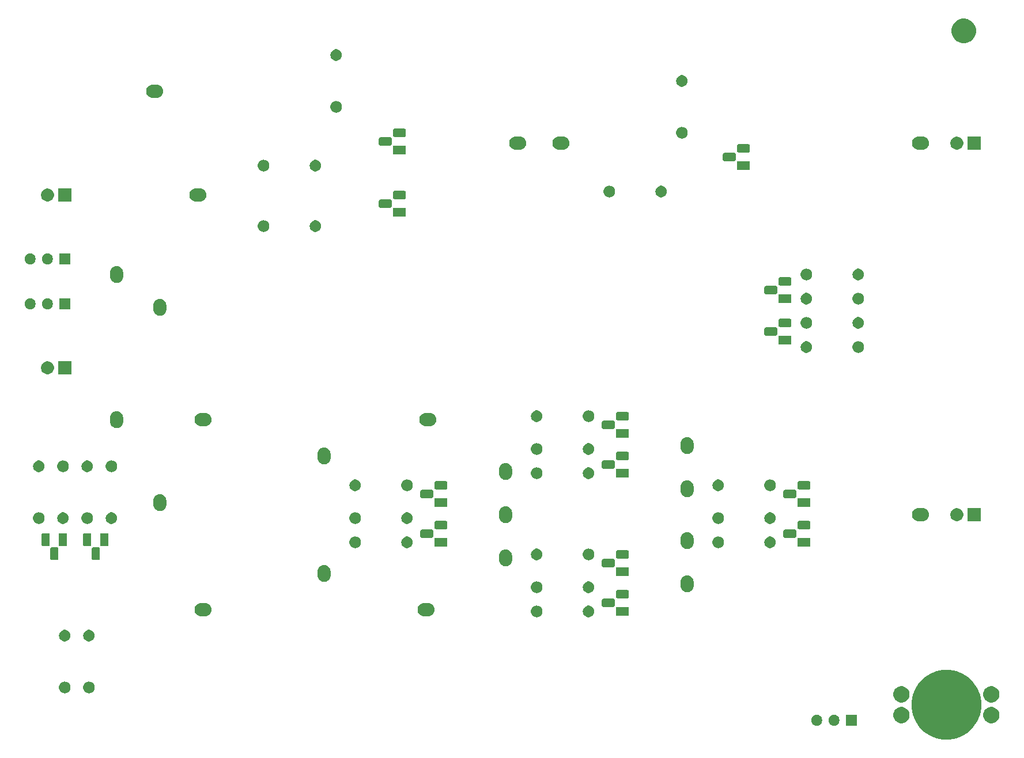
<source format=gts>
G04 #@! TF.GenerationSoftware,KiCad,Pcbnew,5.0.2-bee76a0~70~ubuntu16.04.1*
G04 #@! TF.CreationDate,2019-07-30T20:51:49-07:00*
G04 #@! TF.ProjectId,rtl-half-adder,72746c2d-6861-46c6-962d-61646465722e,v1*
G04 #@! TF.SameCoordinates,Original*
G04 #@! TF.FileFunction,Soldermask,Top*
G04 #@! TF.FilePolarity,Negative*
%FSLAX46Y46*%
G04 Gerber Fmt 4.6, Leading zero omitted, Abs format (unit mm)*
G04 Created by KiCad (PCBNEW 5.0.2-bee76a0~70~ubuntu16.04.1) date Tue 30 Jul 2019 08:51:49 PM PDT*
%MOMM*%
%LPD*%
G01*
G04 APERTURE LIST*
%ADD10C,0.100000*%
G04 APERTURE END LIST*
D10*
G36*
X194536599Y-139846374D02*
X195470345Y-140233144D01*
X196310695Y-140794647D01*
X197025353Y-141509305D01*
X197586856Y-142349655D01*
X197973626Y-143283401D01*
X198170800Y-144274660D01*
X198170800Y-145285340D01*
X197973626Y-146276599D01*
X197586856Y-147210345D01*
X197025353Y-148050695D01*
X196310695Y-148765353D01*
X195470345Y-149326856D01*
X194536599Y-149713626D01*
X193545340Y-149910800D01*
X192534660Y-149910800D01*
X191543401Y-149713626D01*
X190609655Y-149326856D01*
X189769305Y-148765353D01*
X189054647Y-148050695D01*
X188493144Y-147210345D01*
X188106374Y-146276599D01*
X187909200Y-145285340D01*
X187909200Y-144274660D01*
X188106374Y-143283401D01*
X188493144Y-142349655D01*
X189054647Y-141509305D01*
X189769305Y-140794647D01*
X190609655Y-140233144D01*
X191543401Y-139846374D01*
X192534660Y-139649200D01*
X193545340Y-139649200D01*
X194536599Y-139846374D01*
X194536599Y-139846374D01*
G37*
G36*
X179870800Y-147866800D02*
X178269200Y-147866800D01*
X178269200Y-146265200D01*
X179870800Y-146265200D01*
X179870800Y-147866800D01*
X179870800Y-147866800D01*
G37*
G36*
X174223585Y-146295974D02*
X174369321Y-146356340D01*
X174500480Y-146443978D01*
X174612022Y-146555520D01*
X174699660Y-146686679D01*
X174760026Y-146832415D01*
X174790800Y-146987128D01*
X174790800Y-147144872D01*
X174760026Y-147299585D01*
X174699660Y-147445321D01*
X174612022Y-147576480D01*
X174500480Y-147688022D01*
X174369321Y-147775660D01*
X174223585Y-147836026D01*
X174068872Y-147866800D01*
X173911128Y-147866800D01*
X173756415Y-147836026D01*
X173610679Y-147775660D01*
X173479520Y-147688022D01*
X173367978Y-147576480D01*
X173280340Y-147445321D01*
X173219974Y-147299585D01*
X173189200Y-147144872D01*
X173189200Y-146987128D01*
X173219974Y-146832415D01*
X173280340Y-146686679D01*
X173367978Y-146555520D01*
X173479520Y-146443978D01*
X173610679Y-146356340D01*
X173756415Y-146295974D01*
X173911128Y-146265200D01*
X174068872Y-146265200D01*
X174223585Y-146295974D01*
X174223585Y-146295974D01*
G37*
G36*
X176763585Y-146295974D02*
X176909321Y-146356340D01*
X177040480Y-146443978D01*
X177152022Y-146555520D01*
X177239660Y-146686679D01*
X177300026Y-146832415D01*
X177330800Y-146987128D01*
X177330800Y-147144872D01*
X177300026Y-147299585D01*
X177239660Y-147445321D01*
X177152022Y-147576480D01*
X177040480Y-147688022D01*
X176909321Y-147775660D01*
X176763585Y-147836026D01*
X176608872Y-147866800D01*
X176451128Y-147866800D01*
X176296415Y-147836026D01*
X176150679Y-147775660D01*
X176019520Y-147688022D01*
X175907978Y-147576480D01*
X175820340Y-147445321D01*
X175759974Y-147299585D01*
X175729200Y-147144872D01*
X175729200Y-146987128D01*
X175759974Y-146832415D01*
X175820340Y-146686679D01*
X175907978Y-146555520D01*
X176019520Y-146443978D01*
X176150679Y-146356340D01*
X176296415Y-146295974D01*
X176451128Y-146265200D01*
X176608872Y-146265200D01*
X176763585Y-146295974D01*
X176763585Y-146295974D01*
G37*
G36*
X186784219Y-145156077D02*
X187001476Y-145246068D01*
X187001478Y-145246069D01*
X187197001Y-145376713D01*
X187363287Y-145542999D01*
X187493931Y-145738522D01*
X187493932Y-145738524D01*
X187583923Y-145955781D01*
X187629800Y-146186421D01*
X187629800Y-146421579D01*
X187583923Y-146652219D01*
X187569649Y-146686679D01*
X187493931Y-146869478D01*
X187363287Y-147065001D01*
X187197001Y-147231287D01*
X187001478Y-147361931D01*
X187001477Y-147361932D01*
X187001476Y-147361932D01*
X186784219Y-147451923D01*
X186553579Y-147497800D01*
X186318421Y-147497800D01*
X186087781Y-147451923D01*
X185870524Y-147361932D01*
X185870523Y-147361932D01*
X185870522Y-147361931D01*
X185674999Y-147231287D01*
X185508713Y-147065001D01*
X185378069Y-146869478D01*
X185302351Y-146686679D01*
X185288077Y-146652219D01*
X185242200Y-146421579D01*
X185242200Y-146186421D01*
X185288077Y-145955781D01*
X185378068Y-145738524D01*
X185378069Y-145738522D01*
X185508713Y-145542999D01*
X185674999Y-145376713D01*
X185870522Y-145246069D01*
X185870524Y-145246068D01*
X186087781Y-145156077D01*
X186318421Y-145110200D01*
X186553579Y-145110200D01*
X186784219Y-145156077D01*
X186784219Y-145156077D01*
G37*
G36*
X199992219Y-145156077D02*
X200209476Y-145246068D01*
X200209478Y-145246069D01*
X200405001Y-145376713D01*
X200571287Y-145542999D01*
X200701931Y-145738522D01*
X200701932Y-145738524D01*
X200791923Y-145955781D01*
X200837800Y-146186421D01*
X200837800Y-146421579D01*
X200791923Y-146652219D01*
X200777649Y-146686679D01*
X200701931Y-146869478D01*
X200571287Y-147065001D01*
X200405001Y-147231287D01*
X200209478Y-147361931D01*
X200209477Y-147361932D01*
X200209476Y-147361932D01*
X199992219Y-147451923D01*
X199761579Y-147497800D01*
X199526421Y-147497800D01*
X199295781Y-147451923D01*
X199078524Y-147361932D01*
X199078523Y-147361932D01*
X199078522Y-147361931D01*
X198882999Y-147231287D01*
X198716713Y-147065001D01*
X198586069Y-146869478D01*
X198510351Y-146686679D01*
X198496077Y-146652219D01*
X198450200Y-146421579D01*
X198450200Y-146186421D01*
X198496077Y-145955781D01*
X198586068Y-145738524D01*
X198586069Y-145738522D01*
X198716713Y-145542999D01*
X198882999Y-145376713D01*
X199078522Y-145246069D01*
X199078524Y-145246068D01*
X199295781Y-145156077D01*
X199526421Y-145110200D01*
X199761579Y-145110200D01*
X199992219Y-145156077D01*
X199992219Y-145156077D01*
G37*
G36*
X186784219Y-142108077D02*
X187001476Y-142198068D01*
X187001478Y-142198069D01*
X187197001Y-142328713D01*
X187363287Y-142494999D01*
X187493931Y-142690522D01*
X187493932Y-142690524D01*
X187583923Y-142907781D01*
X187629800Y-143138421D01*
X187629800Y-143373578D01*
X187583923Y-143604218D01*
X187493931Y-143821478D01*
X187363287Y-144017001D01*
X187197001Y-144183287D01*
X187001478Y-144313931D01*
X187001477Y-144313932D01*
X187001476Y-144313932D01*
X186784219Y-144403923D01*
X186553579Y-144449800D01*
X186318421Y-144449800D01*
X186087781Y-144403923D01*
X185870524Y-144313932D01*
X185870523Y-144313932D01*
X185870522Y-144313931D01*
X185674999Y-144183287D01*
X185508713Y-144017001D01*
X185378069Y-143821478D01*
X185288077Y-143604218D01*
X185242200Y-143373578D01*
X185242200Y-143138421D01*
X185288077Y-142907781D01*
X185378068Y-142690524D01*
X185378069Y-142690522D01*
X185508713Y-142494999D01*
X185674999Y-142328713D01*
X185870522Y-142198069D01*
X185870524Y-142198068D01*
X186087781Y-142108077D01*
X186318421Y-142062200D01*
X186553579Y-142062200D01*
X186784219Y-142108077D01*
X186784219Y-142108077D01*
G37*
G36*
X199992219Y-142108077D02*
X200209476Y-142198068D01*
X200209478Y-142198069D01*
X200405001Y-142328713D01*
X200571287Y-142494999D01*
X200701931Y-142690522D01*
X200701932Y-142690524D01*
X200791923Y-142907781D01*
X200837800Y-143138421D01*
X200837800Y-143373578D01*
X200791923Y-143604218D01*
X200701931Y-143821478D01*
X200571287Y-144017001D01*
X200405001Y-144183287D01*
X200209478Y-144313931D01*
X200209477Y-144313932D01*
X200209476Y-144313932D01*
X199992219Y-144403923D01*
X199761579Y-144449800D01*
X199526421Y-144449800D01*
X199295781Y-144403923D01*
X199078524Y-144313932D01*
X199078523Y-144313932D01*
X199078522Y-144313931D01*
X198882999Y-144183287D01*
X198716713Y-144017001D01*
X198586069Y-143821478D01*
X198496077Y-143604218D01*
X198450200Y-143373578D01*
X198450200Y-143138421D01*
X198496077Y-142907781D01*
X198586068Y-142690524D01*
X198586069Y-142690522D01*
X198716713Y-142494999D01*
X198882999Y-142328713D01*
X199078522Y-142198069D01*
X199078524Y-142198068D01*
X199295781Y-142108077D01*
X199526421Y-142062200D01*
X199761579Y-142062200D01*
X199992219Y-142108077D01*
X199992219Y-142108077D01*
G37*
G36*
X63666785Y-141401510D02*
X63827161Y-141450160D01*
X63974966Y-141529163D01*
X64104517Y-141635483D01*
X64210837Y-141765034D01*
X64289840Y-141912839D01*
X64338490Y-142073214D01*
X64354917Y-142240000D01*
X64338490Y-142406786D01*
X64289840Y-142567161D01*
X64210837Y-142714966D01*
X64104517Y-142844517D01*
X63974966Y-142950837D01*
X63827161Y-143029840D01*
X63666785Y-143078490D01*
X63541801Y-143090800D01*
X63458199Y-143090800D01*
X63333215Y-143078490D01*
X63172839Y-143029840D01*
X63025034Y-142950837D01*
X62895483Y-142844517D01*
X62789163Y-142714966D01*
X62710160Y-142567161D01*
X62661510Y-142406786D01*
X62645083Y-142240000D01*
X62661510Y-142073214D01*
X62710160Y-141912839D01*
X62789163Y-141765034D01*
X62895483Y-141635483D01*
X63025034Y-141529163D01*
X63172839Y-141450160D01*
X63333215Y-141401510D01*
X63458199Y-141389200D01*
X63541801Y-141389200D01*
X63666785Y-141401510D01*
X63666785Y-141401510D01*
G37*
G36*
X67222785Y-141401510D02*
X67383161Y-141450160D01*
X67530966Y-141529163D01*
X67660517Y-141635483D01*
X67766837Y-141765034D01*
X67845840Y-141912839D01*
X67894490Y-142073214D01*
X67910917Y-142240000D01*
X67894490Y-142406786D01*
X67845840Y-142567161D01*
X67766837Y-142714966D01*
X67660517Y-142844517D01*
X67530966Y-142950837D01*
X67383161Y-143029840D01*
X67222785Y-143078490D01*
X67097801Y-143090800D01*
X67014199Y-143090800D01*
X66889215Y-143078490D01*
X66728839Y-143029840D01*
X66581034Y-142950837D01*
X66451483Y-142844517D01*
X66345163Y-142714966D01*
X66266160Y-142567161D01*
X66217510Y-142406786D01*
X66201083Y-142240000D01*
X66217510Y-142073214D01*
X66266160Y-141912839D01*
X66345163Y-141765034D01*
X66451483Y-141635483D01*
X66581034Y-141529163D01*
X66728839Y-141450160D01*
X66889215Y-141401510D01*
X67014199Y-141389200D01*
X67097801Y-141389200D01*
X67222785Y-141401510D01*
X67222785Y-141401510D01*
G37*
G36*
X63748169Y-133801895D02*
X63903005Y-133866031D01*
X64042354Y-133959140D01*
X64160860Y-134077646D01*
X64253969Y-134216995D01*
X64318105Y-134371831D01*
X64350800Y-134536203D01*
X64350800Y-134703797D01*
X64318105Y-134868169D01*
X64253969Y-135023005D01*
X64160860Y-135162354D01*
X64042354Y-135280860D01*
X63903005Y-135373969D01*
X63748169Y-135438105D01*
X63583797Y-135470800D01*
X63416203Y-135470800D01*
X63251831Y-135438105D01*
X63096995Y-135373969D01*
X62957646Y-135280860D01*
X62839140Y-135162354D01*
X62746031Y-135023005D01*
X62681895Y-134868169D01*
X62649200Y-134703797D01*
X62649200Y-134536203D01*
X62681895Y-134371831D01*
X62746031Y-134216995D01*
X62839140Y-134077646D01*
X62957646Y-133959140D01*
X63096995Y-133866031D01*
X63251831Y-133801895D01*
X63416203Y-133769200D01*
X63583797Y-133769200D01*
X63748169Y-133801895D01*
X63748169Y-133801895D01*
G37*
G36*
X67304169Y-133801895D02*
X67459005Y-133866031D01*
X67598354Y-133959140D01*
X67716860Y-134077646D01*
X67809969Y-134216995D01*
X67874105Y-134371831D01*
X67906800Y-134536203D01*
X67906800Y-134703797D01*
X67874105Y-134868169D01*
X67809969Y-135023005D01*
X67716860Y-135162354D01*
X67598354Y-135280860D01*
X67459005Y-135373969D01*
X67304169Y-135438105D01*
X67139797Y-135470800D01*
X66972203Y-135470800D01*
X66807831Y-135438105D01*
X66652995Y-135373969D01*
X66513646Y-135280860D01*
X66395140Y-135162354D01*
X66302031Y-135023005D01*
X66237895Y-134868169D01*
X66205200Y-134703797D01*
X66205200Y-134536203D01*
X66237895Y-134371831D01*
X66302031Y-134216995D01*
X66395140Y-134077646D01*
X66513646Y-133959140D01*
X66652995Y-133866031D01*
X66807831Y-133801895D01*
X66972203Y-133769200D01*
X67139797Y-133769200D01*
X67304169Y-133801895D01*
X67304169Y-133801895D01*
G37*
G36*
X133008785Y-130225510D02*
X133169161Y-130274160D01*
X133316966Y-130353163D01*
X133446517Y-130459483D01*
X133552837Y-130589034D01*
X133631840Y-130736839D01*
X133680490Y-130897214D01*
X133696917Y-131064000D01*
X133680490Y-131230786D01*
X133631840Y-131391161D01*
X133552837Y-131538966D01*
X133446517Y-131668517D01*
X133316966Y-131774837D01*
X133169161Y-131853840D01*
X133008785Y-131902490D01*
X132883801Y-131914800D01*
X132800199Y-131914800D01*
X132675215Y-131902490D01*
X132514839Y-131853840D01*
X132367034Y-131774837D01*
X132237483Y-131668517D01*
X132131163Y-131538966D01*
X132052160Y-131391161D01*
X132003510Y-131230786D01*
X131987083Y-131064000D01*
X132003510Y-130897214D01*
X132052160Y-130736839D01*
X132131163Y-130589034D01*
X132237483Y-130459483D01*
X132367034Y-130353163D01*
X132514839Y-130274160D01*
X132675215Y-130225510D01*
X132800199Y-130213200D01*
X132883801Y-130213200D01*
X133008785Y-130225510D01*
X133008785Y-130225510D01*
G37*
G36*
X140710169Y-130245895D02*
X140865005Y-130310031D01*
X141004354Y-130403140D01*
X141122860Y-130521646D01*
X141215969Y-130660995D01*
X141280105Y-130815831D01*
X141312800Y-130980203D01*
X141312800Y-131147797D01*
X141280105Y-131312169D01*
X141215969Y-131467005D01*
X141122860Y-131606354D01*
X141004354Y-131724860D01*
X140865005Y-131817969D01*
X140710169Y-131882105D01*
X140545797Y-131914800D01*
X140378203Y-131914800D01*
X140213831Y-131882105D01*
X140058995Y-131817969D01*
X139919646Y-131724860D01*
X139801140Y-131606354D01*
X139708031Y-131467005D01*
X139643895Y-131312169D01*
X139611200Y-131147797D01*
X139611200Y-130980203D01*
X139643895Y-130815831D01*
X139708031Y-130660995D01*
X139801140Y-130521646D01*
X139919646Y-130403140D01*
X140058995Y-130310031D01*
X140213831Y-130245895D01*
X140378203Y-130213200D01*
X140545797Y-130213200D01*
X140710169Y-130245895D01*
X140710169Y-130245895D01*
G37*
G36*
X117072390Y-129872957D02*
X117217777Y-129917060D01*
X117251616Y-129927325D01*
X117416792Y-130015614D01*
X117561570Y-130134430D01*
X117680386Y-130279208D01*
X117768675Y-130444384D01*
X117768675Y-130444385D01*
X117823043Y-130623611D01*
X117841401Y-130810000D01*
X117823043Y-130996389D01*
X117802533Y-131064000D01*
X117768675Y-131175616D01*
X117680386Y-131340792D01*
X117561570Y-131485570D01*
X117416792Y-131604386D01*
X117251616Y-131692675D01*
X117217777Y-131702940D01*
X117072390Y-131747043D01*
X116932714Y-131760800D01*
X116239286Y-131760800D01*
X116099610Y-131747043D01*
X115954223Y-131702940D01*
X115920384Y-131692675D01*
X115755208Y-131604386D01*
X115610430Y-131485570D01*
X115491614Y-131340792D01*
X115403325Y-131175616D01*
X115369467Y-131064000D01*
X115348957Y-130996389D01*
X115330599Y-130810000D01*
X115348957Y-130623611D01*
X115403325Y-130444385D01*
X115403325Y-130444384D01*
X115491614Y-130279208D01*
X115610430Y-130134430D01*
X115755208Y-130015614D01*
X115920384Y-129927325D01*
X115954223Y-129917060D01*
X116099610Y-129872957D01*
X116239286Y-129859200D01*
X116932714Y-129859200D01*
X117072390Y-129872957D01*
X117072390Y-129872957D01*
G37*
G36*
X84306390Y-129872957D02*
X84451777Y-129917060D01*
X84485616Y-129927325D01*
X84650792Y-130015614D01*
X84795570Y-130134430D01*
X84914386Y-130279208D01*
X85002675Y-130444384D01*
X85002675Y-130444385D01*
X85057043Y-130623611D01*
X85075401Y-130810000D01*
X85057043Y-130996389D01*
X85036533Y-131064000D01*
X85002675Y-131175616D01*
X84914386Y-131340792D01*
X84795570Y-131485570D01*
X84650792Y-131604386D01*
X84485616Y-131692675D01*
X84451777Y-131702940D01*
X84306390Y-131747043D01*
X84166714Y-131760800D01*
X83473286Y-131760800D01*
X83333610Y-131747043D01*
X83188223Y-131702940D01*
X83154384Y-131692675D01*
X82989208Y-131604386D01*
X82844430Y-131485570D01*
X82725614Y-131340792D01*
X82637325Y-131175616D01*
X82603467Y-131064000D01*
X82582957Y-130996389D01*
X82564599Y-130810000D01*
X82582957Y-130623611D01*
X82637325Y-130444385D01*
X82637325Y-130444384D01*
X82725614Y-130279208D01*
X82844430Y-130134430D01*
X82989208Y-130015614D01*
X83154384Y-129927325D01*
X83188223Y-129917060D01*
X83333610Y-129872957D01*
X83473286Y-129859200D01*
X84166714Y-129859200D01*
X84306390Y-129872957D01*
X84306390Y-129872957D01*
G37*
G36*
X146384800Y-131664800D02*
X144483200Y-131664800D01*
X144483200Y-130463200D01*
X146384800Y-130463200D01*
X146384800Y-131664800D01*
X146384800Y-131664800D01*
G37*
G36*
X144123992Y-129198354D02*
X144168324Y-129211801D01*
X144209175Y-129233637D01*
X144244979Y-129263021D01*
X144274363Y-129298825D01*
X144296199Y-129339676D01*
X144309646Y-129384008D01*
X144314800Y-129436334D01*
X144314800Y-130151666D01*
X144309646Y-130203992D01*
X144296199Y-130248324D01*
X144281228Y-130276332D01*
X144273456Y-130295096D01*
X144258028Y-130309079D01*
X144244979Y-130324979D01*
X144209175Y-130354363D01*
X144168324Y-130376199D01*
X144123992Y-130389646D01*
X144071666Y-130394800D01*
X142656334Y-130394800D01*
X142604008Y-130389646D01*
X142559676Y-130376199D01*
X142518825Y-130354363D01*
X142483021Y-130324979D01*
X142453637Y-130289175D01*
X142431801Y-130248324D01*
X142418354Y-130203992D01*
X142413200Y-130151666D01*
X142413200Y-129436334D01*
X142418354Y-129384008D01*
X142431801Y-129339676D01*
X142453637Y-129298825D01*
X142483021Y-129263021D01*
X142518825Y-129233637D01*
X142559676Y-129211801D01*
X142604008Y-129198354D01*
X142656334Y-129193200D01*
X144071666Y-129193200D01*
X144123992Y-129198354D01*
X144123992Y-129198354D01*
G37*
G36*
X146193992Y-127928354D02*
X146238324Y-127941801D01*
X146279175Y-127963637D01*
X146314979Y-127993021D01*
X146344363Y-128028825D01*
X146366199Y-128069676D01*
X146379646Y-128114008D01*
X146384800Y-128166334D01*
X146384800Y-128881666D01*
X146379646Y-128933992D01*
X146366199Y-128978324D01*
X146344363Y-129019175D01*
X146314979Y-129054979D01*
X146279175Y-129084363D01*
X146238324Y-129106199D01*
X146193992Y-129119646D01*
X146141666Y-129124800D01*
X144726334Y-129124800D01*
X144674008Y-129119646D01*
X144629676Y-129106199D01*
X144588825Y-129084363D01*
X144553021Y-129054979D01*
X144523637Y-129019175D01*
X144501801Y-128978324D01*
X144488354Y-128933992D01*
X144483200Y-128881666D01*
X144483200Y-128166334D01*
X144488354Y-128114008D01*
X144501801Y-128069676D01*
X144523637Y-128028825D01*
X144553021Y-127993021D01*
X144588825Y-127963637D01*
X144629676Y-127941801D01*
X144674008Y-127928354D01*
X144726334Y-127923200D01*
X146141666Y-127923200D01*
X146193992Y-127928354D01*
X146193992Y-127928354D01*
G37*
G36*
X133008785Y-126669510D02*
X133169161Y-126718160D01*
X133316966Y-126797163D01*
X133446517Y-126903483D01*
X133552837Y-127033034D01*
X133631840Y-127180839D01*
X133680490Y-127341214D01*
X133696917Y-127508000D01*
X133680490Y-127674786D01*
X133631840Y-127835161D01*
X133552837Y-127982966D01*
X133446517Y-128112517D01*
X133316966Y-128218837D01*
X133169161Y-128297840D01*
X133008785Y-128346490D01*
X132883801Y-128358800D01*
X132800199Y-128358800D01*
X132675215Y-128346490D01*
X132514839Y-128297840D01*
X132367034Y-128218837D01*
X132237483Y-128112517D01*
X132131163Y-127982966D01*
X132052160Y-127835161D01*
X132003510Y-127674786D01*
X131987083Y-127508000D01*
X132003510Y-127341214D01*
X132052160Y-127180839D01*
X132131163Y-127033034D01*
X132237483Y-126903483D01*
X132367034Y-126797163D01*
X132514839Y-126718160D01*
X132675215Y-126669510D01*
X132800199Y-126657200D01*
X132883801Y-126657200D01*
X133008785Y-126669510D01*
X133008785Y-126669510D01*
G37*
G36*
X140710169Y-126689895D02*
X140865005Y-126754031D01*
X141004354Y-126847140D01*
X141122860Y-126965646D01*
X141215969Y-127104995D01*
X141280105Y-127259831D01*
X141312800Y-127424203D01*
X141312800Y-127591797D01*
X141280105Y-127756169D01*
X141215969Y-127911005D01*
X141122860Y-128050354D01*
X141004354Y-128168860D01*
X140865005Y-128261969D01*
X140710169Y-128326105D01*
X140545797Y-128358800D01*
X140378203Y-128358800D01*
X140213831Y-128326105D01*
X140058995Y-128261969D01*
X139919646Y-128168860D01*
X139801140Y-128050354D01*
X139708031Y-127911005D01*
X139643895Y-127756169D01*
X139611200Y-127591797D01*
X139611200Y-127424203D01*
X139643895Y-127259831D01*
X139708031Y-127104995D01*
X139801140Y-126965646D01*
X139919646Y-126847140D01*
X140058995Y-126754031D01*
X140213831Y-126689895D01*
X140378203Y-126657200D01*
X140545797Y-126657200D01*
X140710169Y-126689895D01*
X140710169Y-126689895D01*
G37*
G36*
X155126388Y-125762957D02*
X155263901Y-125804671D01*
X155305615Y-125817325D01*
X155388203Y-125861469D01*
X155470793Y-125905614D01*
X155539973Y-125962389D01*
X155615570Y-126024430D01*
X155734386Y-126169208D01*
X155822675Y-126334384D01*
X155832940Y-126368223D01*
X155877043Y-126513610D01*
X155890800Y-126653286D01*
X155890800Y-127346713D01*
X155877043Y-127486389D01*
X155845068Y-127591796D01*
X155822675Y-127665616D01*
X155774273Y-127756169D01*
X155734386Y-127830793D01*
X155625363Y-127963637D01*
X155615570Y-127975570D01*
X155470792Y-128094386D01*
X155305616Y-128182675D01*
X155263902Y-128195329D01*
X155126389Y-128237043D01*
X154940000Y-128255401D01*
X154753612Y-128237043D01*
X154616099Y-128195329D01*
X154574385Y-128182675D01*
X154409209Y-128094386D01*
X154264431Y-127975570D01*
X154145615Y-127830792D01*
X154057326Y-127665616D01*
X154034933Y-127591796D01*
X154002957Y-127486388D01*
X153989200Y-127346714D01*
X153989200Y-126653287D01*
X154002957Y-126513611D01*
X154057325Y-126334386D01*
X154057325Y-126334385D01*
X154101469Y-126251797D01*
X154145614Y-126169207D01*
X154264430Y-126024430D01*
X154409208Y-125905614D01*
X154574384Y-125817325D01*
X154616098Y-125804671D01*
X154753611Y-125762957D01*
X154940000Y-125744599D01*
X155126388Y-125762957D01*
X155126388Y-125762957D01*
G37*
G36*
X101786388Y-124238957D02*
X101923901Y-124280671D01*
X101965615Y-124293325D01*
X102048203Y-124337469D01*
X102130793Y-124381614D01*
X102232173Y-124464815D01*
X102275570Y-124500430D01*
X102394386Y-124645208D01*
X102482675Y-124810384D01*
X102492940Y-124844223D01*
X102537043Y-124989610D01*
X102550800Y-125129286D01*
X102550800Y-125822713D01*
X102537043Y-125962389D01*
X102503204Y-126073939D01*
X102482675Y-126141616D01*
X102423816Y-126251733D01*
X102394386Y-126306793D01*
X102275570Y-126451570D01*
X102130792Y-126570386D01*
X101965616Y-126658675D01*
X101929897Y-126669510D01*
X101786389Y-126713043D01*
X101600000Y-126731401D01*
X101413612Y-126713043D01*
X101270104Y-126669510D01*
X101234385Y-126658675D01*
X101069209Y-126570386D01*
X100924431Y-126451570D01*
X100805615Y-126306792D01*
X100717326Y-126141616D01*
X100681778Y-126024430D01*
X100662957Y-125962388D01*
X100649200Y-125822714D01*
X100649200Y-125129287D01*
X100662957Y-124989611D01*
X100717325Y-124810386D01*
X100717325Y-124810385D01*
X100761469Y-124727797D01*
X100805614Y-124645207D01*
X100924430Y-124500430D01*
X101069208Y-124381614D01*
X101105918Y-124361992D01*
X101234384Y-124293325D01*
X101276098Y-124280671D01*
X101413611Y-124238957D01*
X101600000Y-124220599D01*
X101786388Y-124238957D01*
X101786388Y-124238957D01*
G37*
G36*
X146384800Y-125822800D02*
X144483200Y-125822800D01*
X144483200Y-124621200D01*
X146384800Y-124621200D01*
X146384800Y-125822800D01*
X146384800Y-125822800D01*
G37*
G36*
X144123992Y-123356354D02*
X144168324Y-123369801D01*
X144209175Y-123391637D01*
X144244979Y-123421021D01*
X144274363Y-123456825D01*
X144296199Y-123497676D01*
X144309646Y-123542008D01*
X144314800Y-123594334D01*
X144314800Y-124309666D01*
X144309646Y-124361992D01*
X144296199Y-124406324D01*
X144281228Y-124434332D01*
X144273456Y-124453096D01*
X144258028Y-124467079D01*
X144244979Y-124482979D01*
X144209175Y-124512363D01*
X144168324Y-124534199D01*
X144123992Y-124547646D01*
X144071666Y-124552800D01*
X142656334Y-124552800D01*
X142604008Y-124547646D01*
X142559676Y-124534199D01*
X142518825Y-124512363D01*
X142483021Y-124482979D01*
X142453637Y-124447175D01*
X142431801Y-124406324D01*
X142418354Y-124361992D01*
X142413200Y-124309666D01*
X142413200Y-123594334D01*
X142418354Y-123542008D01*
X142431801Y-123497676D01*
X142453637Y-123456825D01*
X142483021Y-123421021D01*
X142518825Y-123391637D01*
X142559676Y-123369801D01*
X142604008Y-123356354D01*
X142656334Y-123351200D01*
X144071666Y-123351200D01*
X144123992Y-123356354D01*
X144123992Y-123356354D01*
G37*
G36*
X128456388Y-121952957D02*
X128593901Y-121994671D01*
X128635615Y-122007325D01*
X128718204Y-122051470D01*
X128800793Y-122095614D01*
X128868306Y-122151021D01*
X128945570Y-122214430D01*
X129064386Y-122359208D01*
X129152675Y-122524384D01*
X129162940Y-122558223D01*
X129207043Y-122703610D01*
X129220800Y-122843286D01*
X129220800Y-123536713D01*
X129207043Y-123676389D01*
X129173204Y-123787939D01*
X129152675Y-123855616D01*
X129093816Y-123965733D01*
X129064386Y-124020793D01*
X128945570Y-124165570D01*
X128800792Y-124284386D01*
X128635616Y-124372675D01*
X128593902Y-124385329D01*
X128456389Y-124427043D01*
X128270000Y-124445401D01*
X128083612Y-124427043D01*
X127946099Y-124385329D01*
X127904385Y-124372675D01*
X127739209Y-124284386D01*
X127594431Y-124165570D01*
X127475615Y-124020792D01*
X127387326Y-123855616D01*
X127387325Y-123855614D01*
X127332957Y-123676388D01*
X127319200Y-123536714D01*
X127319200Y-122843287D01*
X127332957Y-122703611D01*
X127387325Y-122524386D01*
X127387325Y-122524385D01*
X127463645Y-122381600D01*
X127475614Y-122359207D01*
X127594430Y-122214430D01*
X127739208Y-122095614D01*
X127766175Y-122081200D01*
X127904384Y-122007325D01*
X127946098Y-121994671D01*
X128083611Y-121952957D01*
X128270000Y-121934599D01*
X128456388Y-121952957D01*
X128456388Y-121952957D01*
G37*
G36*
X140628785Y-121843510D02*
X140789161Y-121892160D01*
X140936966Y-121971163D01*
X141066517Y-122077483D01*
X141172837Y-122207034D01*
X141251840Y-122354839D01*
X141300490Y-122515214D01*
X141316917Y-122682000D01*
X141300490Y-122848786D01*
X141251840Y-123009161D01*
X141172837Y-123156966D01*
X141066517Y-123286517D01*
X140936966Y-123392837D01*
X140789161Y-123471840D01*
X140628785Y-123520490D01*
X140503801Y-123532800D01*
X140420199Y-123532800D01*
X140295215Y-123520490D01*
X140134839Y-123471840D01*
X139987034Y-123392837D01*
X139857483Y-123286517D01*
X139751163Y-123156966D01*
X139672160Y-123009161D01*
X139623510Y-122848786D01*
X139607083Y-122682000D01*
X139623510Y-122515214D01*
X139672160Y-122354839D01*
X139751163Y-122207034D01*
X139857483Y-122077483D01*
X139987034Y-121971163D01*
X140134839Y-121892160D01*
X140295215Y-121843510D01*
X140420199Y-121831200D01*
X140503801Y-121831200D01*
X140628785Y-121843510D01*
X140628785Y-121843510D01*
G37*
G36*
X133090169Y-121863895D02*
X133245005Y-121928031D01*
X133384354Y-122021140D01*
X133502860Y-122139646D01*
X133595969Y-122278995D01*
X133660105Y-122433831D01*
X133692800Y-122598203D01*
X133692800Y-122765797D01*
X133660105Y-122930169D01*
X133595969Y-123085005D01*
X133502860Y-123224354D01*
X133384354Y-123342860D01*
X133245005Y-123435969D01*
X133090169Y-123500105D01*
X132925797Y-123532800D01*
X132758203Y-123532800D01*
X132593831Y-123500105D01*
X132438995Y-123435969D01*
X132299646Y-123342860D01*
X132181140Y-123224354D01*
X132088031Y-123085005D01*
X132023895Y-122930169D01*
X131991200Y-122765797D01*
X131991200Y-122598203D01*
X132023895Y-122433831D01*
X132088031Y-122278995D01*
X132181140Y-122139646D01*
X132299646Y-122021140D01*
X132438995Y-121928031D01*
X132593831Y-121863895D01*
X132758203Y-121831200D01*
X132925797Y-121831200D01*
X133090169Y-121863895D01*
X133090169Y-121863895D01*
G37*
G36*
X68481992Y-121628354D02*
X68526324Y-121641801D01*
X68554332Y-121656772D01*
X68573096Y-121664544D01*
X68587079Y-121679972D01*
X68602979Y-121693021D01*
X68632363Y-121728825D01*
X68654199Y-121769676D01*
X68667646Y-121814008D01*
X68672800Y-121866334D01*
X68672800Y-123281666D01*
X68667646Y-123333992D01*
X68654199Y-123378324D01*
X68632363Y-123419175D01*
X68602979Y-123454979D01*
X68567175Y-123484363D01*
X68526324Y-123506199D01*
X68481992Y-123519646D01*
X68429666Y-123524800D01*
X67714334Y-123524800D01*
X67662008Y-123519646D01*
X67617676Y-123506199D01*
X67576825Y-123484363D01*
X67541021Y-123454979D01*
X67511637Y-123419175D01*
X67489801Y-123378324D01*
X67476354Y-123333992D01*
X67471200Y-123281666D01*
X67471200Y-121866334D01*
X67476354Y-121814008D01*
X67489801Y-121769676D01*
X67511637Y-121728825D01*
X67541021Y-121693021D01*
X67576825Y-121663637D01*
X67617676Y-121641801D01*
X67662008Y-121628354D01*
X67714334Y-121623200D01*
X68429666Y-121623200D01*
X68481992Y-121628354D01*
X68481992Y-121628354D01*
G37*
G36*
X62385992Y-121628354D02*
X62430324Y-121641801D01*
X62458332Y-121656772D01*
X62477096Y-121664544D01*
X62491079Y-121679972D01*
X62506979Y-121693021D01*
X62536363Y-121728825D01*
X62558199Y-121769676D01*
X62571646Y-121814008D01*
X62576800Y-121866334D01*
X62576800Y-123281666D01*
X62571646Y-123333992D01*
X62558199Y-123378324D01*
X62536363Y-123419175D01*
X62506979Y-123454979D01*
X62471175Y-123484363D01*
X62430324Y-123506199D01*
X62385992Y-123519646D01*
X62333666Y-123524800D01*
X61618334Y-123524800D01*
X61566008Y-123519646D01*
X61521676Y-123506199D01*
X61480825Y-123484363D01*
X61445021Y-123454979D01*
X61415637Y-123419175D01*
X61393801Y-123378324D01*
X61380354Y-123333992D01*
X61375200Y-123281666D01*
X61375200Y-121866334D01*
X61380354Y-121814008D01*
X61393801Y-121769676D01*
X61415637Y-121728825D01*
X61445021Y-121693021D01*
X61480825Y-121663637D01*
X61521676Y-121641801D01*
X61566008Y-121628354D01*
X61618334Y-121623200D01*
X62333666Y-121623200D01*
X62385992Y-121628354D01*
X62385992Y-121628354D01*
G37*
G36*
X146193992Y-122086354D02*
X146238324Y-122099801D01*
X146279175Y-122121637D01*
X146314979Y-122151021D01*
X146344363Y-122186825D01*
X146366199Y-122227676D01*
X146379646Y-122272008D01*
X146384800Y-122324334D01*
X146384800Y-123039666D01*
X146379646Y-123091992D01*
X146366199Y-123136324D01*
X146344363Y-123177175D01*
X146314979Y-123212979D01*
X146279175Y-123242363D01*
X146238324Y-123264199D01*
X146193992Y-123277646D01*
X146141666Y-123282800D01*
X144726334Y-123282800D01*
X144674008Y-123277646D01*
X144629676Y-123264199D01*
X144588825Y-123242363D01*
X144553021Y-123212979D01*
X144523637Y-123177175D01*
X144501801Y-123136324D01*
X144488354Y-123091992D01*
X144483200Y-123039666D01*
X144483200Y-122324334D01*
X144488354Y-122272008D01*
X144501801Y-122227676D01*
X144523637Y-122186825D01*
X144553021Y-122151021D01*
X144588825Y-122121637D01*
X144629676Y-122099801D01*
X144674008Y-122086354D01*
X144726334Y-122081200D01*
X146141666Y-122081200D01*
X146193992Y-122086354D01*
X146193992Y-122086354D01*
G37*
G36*
X155126388Y-119412957D02*
X155263901Y-119454671D01*
X155305615Y-119467325D01*
X155388204Y-119511470D01*
X155470793Y-119555614D01*
X155529540Y-119603827D01*
X155615570Y-119674430D01*
X155734386Y-119819208D01*
X155822675Y-119984384D01*
X155824884Y-119991666D01*
X155877043Y-120163610D01*
X155890800Y-120303286D01*
X155890800Y-120996713D01*
X155877043Y-121136389D01*
X155843204Y-121247939D01*
X155822675Y-121315616D01*
X155795308Y-121366815D01*
X155734386Y-121480793D01*
X155624378Y-121614837D01*
X155615570Y-121625570D01*
X155470792Y-121744386D01*
X155305616Y-121832675D01*
X155269897Y-121843510D01*
X155126389Y-121887043D01*
X154940000Y-121905401D01*
X154753612Y-121887043D01*
X154610104Y-121843510D01*
X154574385Y-121832675D01*
X154409209Y-121744386D01*
X154264431Y-121625570D01*
X154145615Y-121480792D01*
X154057326Y-121315616D01*
X154031707Y-121231162D01*
X154002957Y-121136388D01*
X153989200Y-120996714D01*
X153989200Y-120303287D01*
X154002957Y-120163611D01*
X154054710Y-119993005D01*
X154057325Y-119984385D01*
X154127231Y-119853600D01*
X154145614Y-119819207D01*
X154264430Y-119674430D01*
X154409208Y-119555614D01*
X154413724Y-119553200D01*
X154574384Y-119467325D01*
X154616098Y-119454671D01*
X154753611Y-119412957D01*
X154940000Y-119394599D01*
X155126388Y-119412957D01*
X155126388Y-119412957D01*
G37*
G36*
X167380169Y-120085895D02*
X167535005Y-120150031D01*
X167674354Y-120243140D01*
X167792860Y-120361646D01*
X167885969Y-120500995D01*
X167950105Y-120655831D01*
X167982800Y-120820203D01*
X167982800Y-120987797D01*
X167950105Y-121152169D01*
X167885969Y-121307005D01*
X167792860Y-121446354D01*
X167674354Y-121564860D01*
X167535005Y-121657969D01*
X167380169Y-121722105D01*
X167215797Y-121754800D01*
X167048203Y-121754800D01*
X166883831Y-121722105D01*
X166728995Y-121657969D01*
X166589646Y-121564860D01*
X166471140Y-121446354D01*
X166378031Y-121307005D01*
X166313895Y-121152169D01*
X166281200Y-120987797D01*
X166281200Y-120820203D01*
X166313895Y-120655831D01*
X166378031Y-120500995D01*
X166471140Y-120361646D01*
X166589646Y-120243140D01*
X166728995Y-120150031D01*
X166883831Y-120085895D01*
X167048203Y-120053200D01*
X167215797Y-120053200D01*
X167380169Y-120085895D01*
X167380169Y-120085895D01*
G37*
G36*
X159678785Y-120065510D02*
X159839161Y-120114160D01*
X159986966Y-120193163D01*
X160116517Y-120299483D01*
X160222837Y-120429034D01*
X160301840Y-120576839D01*
X160350490Y-120737214D01*
X160366917Y-120904000D01*
X160350490Y-121070786D01*
X160301840Y-121231161D01*
X160222837Y-121378966D01*
X160116517Y-121508517D01*
X159986966Y-121614837D01*
X159839161Y-121693840D01*
X159678785Y-121742490D01*
X159553801Y-121754800D01*
X159470199Y-121754800D01*
X159345215Y-121742490D01*
X159184839Y-121693840D01*
X159037034Y-121614837D01*
X158907483Y-121508517D01*
X158801163Y-121378966D01*
X158722160Y-121231161D01*
X158673510Y-121070786D01*
X158657083Y-120904000D01*
X158673510Y-120737214D01*
X158722160Y-120576839D01*
X158801163Y-120429034D01*
X158907483Y-120299483D01*
X159037034Y-120193163D01*
X159184839Y-120114160D01*
X159345215Y-120065510D01*
X159470199Y-120053200D01*
X159553801Y-120053200D01*
X159678785Y-120065510D01*
X159678785Y-120065510D01*
G37*
G36*
X114040169Y-120085895D02*
X114195005Y-120150031D01*
X114334354Y-120243140D01*
X114452860Y-120361646D01*
X114545969Y-120500995D01*
X114610105Y-120655831D01*
X114642800Y-120820203D01*
X114642800Y-120987797D01*
X114610105Y-121152169D01*
X114545969Y-121307005D01*
X114452860Y-121446354D01*
X114334354Y-121564860D01*
X114195005Y-121657969D01*
X114040169Y-121722105D01*
X113875797Y-121754800D01*
X113708203Y-121754800D01*
X113543831Y-121722105D01*
X113388995Y-121657969D01*
X113249646Y-121564860D01*
X113131140Y-121446354D01*
X113038031Y-121307005D01*
X112973895Y-121152169D01*
X112941200Y-120987797D01*
X112941200Y-120820203D01*
X112973895Y-120655831D01*
X113038031Y-120500995D01*
X113131140Y-120361646D01*
X113249646Y-120243140D01*
X113388995Y-120150031D01*
X113543831Y-120085895D01*
X113708203Y-120053200D01*
X113875797Y-120053200D01*
X114040169Y-120085895D01*
X114040169Y-120085895D01*
G37*
G36*
X106338785Y-120065510D02*
X106499161Y-120114160D01*
X106646966Y-120193163D01*
X106776517Y-120299483D01*
X106882837Y-120429034D01*
X106961840Y-120576839D01*
X107010490Y-120737214D01*
X107026917Y-120904000D01*
X107010490Y-121070786D01*
X106961840Y-121231161D01*
X106882837Y-121378966D01*
X106776517Y-121508517D01*
X106646966Y-121614837D01*
X106499161Y-121693840D01*
X106338785Y-121742490D01*
X106213801Y-121754800D01*
X106130199Y-121754800D01*
X106005215Y-121742490D01*
X105844839Y-121693840D01*
X105697034Y-121614837D01*
X105567483Y-121508517D01*
X105461163Y-121378966D01*
X105382160Y-121231161D01*
X105333510Y-121070786D01*
X105317083Y-120904000D01*
X105333510Y-120737214D01*
X105382160Y-120576839D01*
X105461163Y-120429034D01*
X105567483Y-120299483D01*
X105697034Y-120193163D01*
X105844839Y-120114160D01*
X106005215Y-120065510D01*
X106130199Y-120053200D01*
X106213801Y-120053200D01*
X106338785Y-120065510D01*
X106338785Y-120065510D01*
G37*
G36*
X119714800Y-121504800D02*
X117813200Y-121504800D01*
X117813200Y-120303200D01*
X119714800Y-120303200D01*
X119714800Y-121504800D01*
X119714800Y-121504800D01*
G37*
G36*
X173054800Y-121504800D02*
X171153200Y-121504800D01*
X171153200Y-120303200D01*
X173054800Y-120303200D01*
X173054800Y-121504800D01*
X173054800Y-121504800D01*
G37*
G36*
X63846800Y-121454800D02*
X62645200Y-121454800D01*
X62645200Y-119553200D01*
X63846800Y-119553200D01*
X63846800Y-121454800D01*
X63846800Y-121454800D01*
G37*
G36*
X69942800Y-121454800D02*
X68741200Y-121454800D01*
X68741200Y-119553200D01*
X69942800Y-119553200D01*
X69942800Y-121454800D01*
X69942800Y-121454800D01*
G37*
G36*
X61115992Y-119558354D02*
X61160324Y-119571801D01*
X61201175Y-119593637D01*
X61236979Y-119623021D01*
X61266363Y-119658825D01*
X61288199Y-119699676D01*
X61301646Y-119744008D01*
X61306800Y-119796334D01*
X61306800Y-121211666D01*
X61301646Y-121263992D01*
X61288199Y-121308324D01*
X61266363Y-121349175D01*
X61236979Y-121384979D01*
X61201175Y-121414363D01*
X61160324Y-121436199D01*
X61115992Y-121449646D01*
X61063666Y-121454800D01*
X60348334Y-121454800D01*
X60296008Y-121449646D01*
X60251676Y-121436199D01*
X60210825Y-121414363D01*
X60175021Y-121384979D01*
X60145637Y-121349175D01*
X60123801Y-121308324D01*
X60110354Y-121263992D01*
X60105200Y-121211666D01*
X60105200Y-119796334D01*
X60110354Y-119744008D01*
X60123801Y-119699676D01*
X60145637Y-119658825D01*
X60175021Y-119623021D01*
X60210825Y-119593637D01*
X60251676Y-119571801D01*
X60296008Y-119558354D01*
X60348334Y-119553200D01*
X61063666Y-119553200D01*
X61115992Y-119558354D01*
X61115992Y-119558354D01*
G37*
G36*
X67211992Y-119558354D02*
X67256324Y-119571801D01*
X67297175Y-119593637D01*
X67332979Y-119623021D01*
X67362363Y-119658825D01*
X67384199Y-119699676D01*
X67397646Y-119744008D01*
X67402800Y-119796334D01*
X67402800Y-121211666D01*
X67397646Y-121263992D01*
X67384199Y-121308324D01*
X67362363Y-121349175D01*
X67332979Y-121384979D01*
X67297175Y-121414363D01*
X67256324Y-121436199D01*
X67211992Y-121449646D01*
X67159666Y-121454800D01*
X66444334Y-121454800D01*
X66392008Y-121449646D01*
X66347676Y-121436199D01*
X66306825Y-121414363D01*
X66271021Y-121384979D01*
X66241637Y-121349175D01*
X66219801Y-121308324D01*
X66206354Y-121263992D01*
X66201200Y-121211666D01*
X66201200Y-119796334D01*
X66206354Y-119744008D01*
X66219801Y-119699676D01*
X66241637Y-119658825D01*
X66271021Y-119623021D01*
X66306825Y-119593637D01*
X66347676Y-119571801D01*
X66392008Y-119558354D01*
X66444334Y-119553200D01*
X67159666Y-119553200D01*
X67211992Y-119558354D01*
X67211992Y-119558354D01*
G37*
G36*
X170793992Y-119038354D02*
X170838324Y-119051801D01*
X170879175Y-119073637D01*
X170914979Y-119103021D01*
X170944363Y-119138825D01*
X170966199Y-119179676D01*
X170979646Y-119224008D01*
X170984800Y-119276334D01*
X170984800Y-119991666D01*
X170979646Y-120043992D01*
X170966199Y-120088324D01*
X170951228Y-120116332D01*
X170943456Y-120135096D01*
X170928028Y-120149079D01*
X170914979Y-120164979D01*
X170879175Y-120194363D01*
X170838324Y-120216199D01*
X170793992Y-120229646D01*
X170741666Y-120234800D01*
X169326334Y-120234800D01*
X169274008Y-120229646D01*
X169229676Y-120216199D01*
X169188825Y-120194363D01*
X169153021Y-120164979D01*
X169123637Y-120129175D01*
X169101801Y-120088324D01*
X169088354Y-120043992D01*
X169083200Y-119991666D01*
X169083200Y-119276334D01*
X169088354Y-119224008D01*
X169101801Y-119179676D01*
X169123637Y-119138825D01*
X169153021Y-119103021D01*
X169188825Y-119073637D01*
X169229676Y-119051801D01*
X169274008Y-119038354D01*
X169326334Y-119033200D01*
X170741666Y-119033200D01*
X170793992Y-119038354D01*
X170793992Y-119038354D01*
G37*
G36*
X117453992Y-119038354D02*
X117498324Y-119051801D01*
X117539175Y-119073637D01*
X117574979Y-119103021D01*
X117604363Y-119138825D01*
X117626199Y-119179676D01*
X117639646Y-119224008D01*
X117644800Y-119276334D01*
X117644800Y-119991666D01*
X117639646Y-120043992D01*
X117626199Y-120088324D01*
X117611228Y-120116332D01*
X117603456Y-120135096D01*
X117588028Y-120149079D01*
X117574979Y-120164979D01*
X117539175Y-120194363D01*
X117498324Y-120216199D01*
X117453992Y-120229646D01*
X117401666Y-120234800D01*
X115986334Y-120234800D01*
X115934008Y-120229646D01*
X115889676Y-120216199D01*
X115848825Y-120194363D01*
X115813021Y-120164979D01*
X115783637Y-120129175D01*
X115761801Y-120088324D01*
X115748354Y-120043992D01*
X115743200Y-119991666D01*
X115743200Y-119276334D01*
X115748354Y-119224008D01*
X115761801Y-119179676D01*
X115783637Y-119138825D01*
X115813021Y-119103021D01*
X115848825Y-119073637D01*
X115889676Y-119051801D01*
X115934008Y-119038354D01*
X115986334Y-119033200D01*
X117401666Y-119033200D01*
X117453992Y-119038354D01*
X117453992Y-119038354D01*
G37*
G36*
X119523992Y-117768354D02*
X119568324Y-117781801D01*
X119609175Y-117803637D01*
X119644979Y-117833021D01*
X119674363Y-117868825D01*
X119696199Y-117909676D01*
X119709646Y-117954008D01*
X119714800Y-118006334D01*
X119714800Y-118721666D01*
X119709646Y-118773992D01*
X119696199Y-118818324D01*
X119674363Y-118859175D01*
X119644979Y-118894979D01*
X119609175Y-118924363D01*
X119568324Y-118946199D01*
X119523992Y-118959646D01*
X119471666Y-118964800D01*
X118056334Y-118964800D01*
X118004008Y-118959646D01*
X117959676Y-118946199D01*
X117918825Y-118924363D01*
X117883021Y-118894979D01*
X117853637Y-118859175D01*
X117831801Y-118818324D01*
X117818354Y-118773992D01*
X117813200Y-118721666D01*
X117813200Y-118006334D01*
X117818354Y-117954008D01*
X117831801Y-117909676D01*
X117853637Y-117868825D01*
X117883021Y-117833021D01*
X117918825Y-117803637D01*
X117959676Y-117781801D01*
X118004008Y-117768354D01*
X118056334Y-117763200D01*
X119471666Y-117763200D01*
X119523992Y-117768354D01*
X119523992Y-117768354D01*
G37*
G36*
X172863992Y-117768354D02*
X172908324Y-117781801D01*
X172949175Y-117803637D01*
X172984979Y-117833021D01*
X173014363Y-117868825D01*
X173036199Y-117909676D01*
X173049646Y-117954008D01*
X173054800Y-118006334D01*
X173054800Y-118721666D01*
X173049646Y-118773992D01*
X173036199Y-118818324D01*
X173014363Y-118859175D01*
X172984979Y-118894979D01*
X172949175Y-118924363D01*
X172908324Y-118946199D01*
X172863992Y-118959646D01*
X172811666Y-118964800D01*
X171396334Y-118964800D01*
X171344008Y-118959646D01*
X171299676Y-118946199D01*
X171258825Y-118924363D01*
X171223021Y-118894979D01*
X171193637Y-118859175D01*
X171171801Y-118818324D01*
X171158354Y-118773992D01*
X171153200Y-118721666D01*
X171153200Y-118006334D01*
X171158354Y-117954008D01*
X171171801Y-117909676D01*
X171193637Y-117868825D01*
X171223021Y-117833021D01*
X171258825Y-117803637D01*
X171299676Y-117781801D01*
X171344008Y-117768354D01*
X171396334Y-117763200D01*
X172811666Y-117763200D01*
X172863992Y-117768354D01*
X172863992Y-117768354D01*
G37*
G36*
X59856785Y-116509510D02*
X60017161Y-116558160D01*
X60164966Y-116637163D01*
X60294517Y-116743483D01*
X60400837Y-116873034D01*
X60479840Y-117020839D01*
X60528490Y-117181214D01*
X60544917Y-117348000D01*
X60528490Y-117514786D01*
X60479840Y-117675161D01*
X60400837Y-117822966D01*
X60294517Y-117952517D01*
X60164966Y-118058837D01*
X60017161Y-118137840D01*
X59856785Y-118186490D01*
X59731801Y-118198800D01*
X59648199Y-118198800D01*
X59523215Y-118186490D01*
X59362839Y-118137840D01*
X59215034Y-118058837D01*
X59085483Y-117952517D01*
X58979163Y-117822966D01*
X58900160Y-117675161D01*
X58851510Y-117514786D01*
X58835083Y-117348000D01*
X58851510Y-117181214D01*
X58900160Y-117020839D01*
X58979163Y-116873034D01*
X59085483Y-116743483D01*
X59215034Y-116637163D01*
X59362839Y-116558160D01*
X59523215Y-116509510D01*
X59648199Y-116497200D01*
X59731801Y-116497200D01*
X59856785Y-116509510D01*
X59856785Y-116509510D01*
G37*
G36*
X63494169Y-116529895D02*
X63649005Y-116594031D01*
X63788354Y-116687140D01*
X63906860Y-116805646D01*
X63999969Y-116944995D01*
X64064105Y-117099831D01*
X64096800Y-117264203D01*
X64096800Y-117431797D01*
X64064105Y-117596169D01*
X63999969Y-117751005D01*
X63906860Y-117890354D01*
X63788354Y-118008860D01*
X63649005Y-118101969D01*
X63494169Y-118166105D01*
X63329797Y-118198800D01*
X63162203Y-118198800D01*
X62997831Y-118166105D01*
X62842995Y-118101969D01*
X62703646Y-118008860D01*
X62585140Y-117890354D01*
X62492031Y-117751005D01*
X62427895Y-117596169D01*
X62395200Y-117431797D01*
X62395200Y-117264203D01*
X62427895Y-117099831D01*
X62492031Y-116944995D01*
X62585140Y-116805646D01*
X62703646Y-116687140D01*
X62842995Y-116594031D01*
X62997831Y-116529895D01*
X63162203Y-116497200D01*
X63329797Y-116497200D01*
X63494169Y-116529895D01*
X63494169Y-116529895D01*
G37*
G36*
X167380169Y-116529895D02*
X167535005Y-116594031D01*
X167674354Y-116687140D01*
X167792860Y-116805646D01*
X167885969Y-116944995D01*
X167950105Y-117099831D01*
X167982800Y-117264203D01*
X167982800Y-117431797D01*
X167950105Y-117596169D01*
X167885969Y-117751005D01*
X167792860Y-117890354D01*
X167674354Y-118008860D01*
X167535005Y-118101969D01*
X167380169Y-118166105D01*
X167215797Y-118198800D01*
X167048203Y-118198800D01*
X166883831Y-118166105D01*
X166728995Y-118101969D01*
X166589646Y-118008860D01*
X166471140Y-117890354D01*
X166378031Y-117751005D01*
X166313895Y-117596169D01*
X166281200Y-117431797D01*
X166281200Y-117264203D01*
X166313895Y-117099831D01*
X166378031Y-116944995D01*
X166471140Y-116805646D01*
X166589646Y-116687140D01*
X166728995Y-116594031D01*
X166883831Y-116529895D01*
X167048203Y-116497200D01*
X167215797Y-116497200D01*
X167380169Y-116529895D01*
X167380169Y-116529895D01*
G37*
G36*
X66968785Y-116509510D02*
X67129161Y-116558160D01*
X67276966Y-116637163D01*
X67406517Y-116743483D01*
X67512837Y-116873034D01*
X67591840Y-117020839D01*
X67640490Y-117181214D01*
X67656917Y-117348000D01*
X67640490Y-117514786D01*
X67591840Y-117675161D01*
X67512837Y-117822966D01*
X67406517Y-117952517D01*
X67276966Y-118058837D01*
X67129161Y-118137840D01*
X66968785Y-118186490D01*
X66843801Y-118198800D01*
X66760199Y-118198800D01*
X66635215Y-118186490D01*
X66474839Y-118137840D01*
X66327034Y-118058837D01*
X66197483Y-117952517D01*
X66091163Y-117822966D01*
X66012160Y-117675161D01*
X65963510Y-117514786D01*
X65947083Y-117348000D01*
X65963510Y-117181214D01*
X66012160Y-117020839D01*
X66091163Y-116873034D01*
X66197483Y-116743483D01*
X66327034Y-116637163D01*
X66474839Y-116558160D01*
X66635215Y-116509510D01*
X66760199Y-116497200D01*
X66843801Y-116497200D01*
X66968785Y-116509510D01*
X66968785Y-116509510D01*
G37*
G36*
X70606169Y-116529895D02*
X70761005Y-116594031D01*
X70900354Y-116687140D01*
X71018860Y-116805646D01*
X71111969Y-116944995D01*
X71176105Y-117099831D01*
X71208800Y-117264203D01*
X71208800Y-117431797D01*
X71176105Y-117596169D01*
X71111969Y-117751005D01*
X71018860Y-117890354D01*
X70900354Y-118008860D01*
X70761005Y-118101969D01*
X70606169Y-118166105D01*
X70441797Y-118198800D01*
X70274203Y-118198800D01*
X70109831Y-118166105D01*
X69954995Y-118101969D01*
X69815646Y-118008860D01*
X69697140Y-117890354D01*
X69604031Y-117751005D01*
X69539895Y-117596169D01*
X69507200Y-117431797D01*
X69507200Y-117264203D01*
X69539895Y-117099831D01*
X69604031Y-116944995D01*
X69697140Y-116805646D01*
X69815646Y-116687140D01*
X69954995Y-116594031D01*
X70109831Y-116529895D01*
X70274203Y-116497200D01*
X70441797Y-116497200D01*
X70606169Y-116529895D01*
X70606169Y-116529895D01*
G37*
G36*
X106338785Y-116509510D02*
X106499161Y-116558160D01*
X106646966Y-116637163D01*
X106776517Y-116743483D01*
X106882837Y-116873034D01*
X106961840Y-117020839D01*
X107010490Y-117181214D01*
X107026917Y-117348000D01*
X107010490Y-117514786D01*
X106961840Y-117675161D01*
X106882837Y-117822966D01*
X106776517Y-117952517D01*
X106646966Y-118058837D01*
X106499161Y-118137840D01*
X106338785Y-118186490D01*
X106213801Y-118198800D01*
X106130199Y-118198800D01*
X106005215Y-118186490D01*
X105844839Y-118137840D01*
X105697034Y-118058837D01*
X105567483Y-117952517D01*
X105461163Y-117822966D01*
X105382160Y-117675161D01*
X105333510Y-117514786D01*
X105317083Y-117348000D01*
X105333510Y-117181214D01*
X105382160Y-117020839D01*
X105461163Y-116873034D01*
X105567483Y-116743483D01*
X105697034Y-116637163D01*
X105844839Y-116558160D01*
X106005215Y-116509510D01*
X106130199Y-116497200D01*
X106213801Y-116497200D01*
X106338785Y-116509510D01*
X106338785Y-116509510D01*
G37*
G36*
X114040169Y-116529895D02*
X114195005Y-116594031D01*
X114334354Y-116687140D01*
X114452860Y-116805646D01*
X114545969Y-116944995D01*
X114610105Y-117099831D01*
X114642800Y-117264203D01*
X114642800Y-117431797D01*
X114610105Y-117596169D01*
X114545969Y-117751005D01*
X114452860Y-117890354D01*
X114334354Y-118008860D01*
X114195005Y-118101969D01*
X114040169Y-118166105D01*
X113875797Y-118198800D01*
X113708203Y-118198800D01*
X113543831Y-118166105D01*
X113388995Y-118101969D01*
X113249646Y-118008860D01*
X113131140Y-117890354D01*
X113038031Y-117751005D01*
X112973895Y-117596169D01*
X112941200Y-117431797D01*
X112941200Y-117264203D01*
X112973895Y-117099831D01*
X113038031Y-116944995D01*
X113131140Y-116805646D01*
X113249646Y-116687140D01*
X113388995Y-116594031D01*
X113543831Y-116529895D01*
X113708203Y-116497200D01*
X113875797Y-116497200D01*
X114040169Y-116529895D01*
X114040169Y-116529895D01*
G37*
G36*
X159678785Y-116509510D02*
X159839161Y-116558160D01*
X159986966Y-116637163D01*
X160116517Y-116743483D01*
X160222837Y-116873034D01*
X160301840Y-117020839D01*
X160350490Y-117181214D01*
X160366917Y-117348000D01*
X160350490Y-117514786D01*
X160301840Y-117675161D01*
X160222837Y-117822966D01*
X160116517Y-117952517D01*
X159986966Y-118058837D01*
X159839161Y-118137840D01*
X159678785Y-118186490D01*
X159553801Y-118198800D01*
X159470199Y-118198800D01*
X159345215Y-118186490D01*
X159184839Y-118137840D01*
X159037034Y-118058837D01*
X158907483Y-117952517D01*
X158801163Y-117822966D01*
X158722160Y-117675161D01*
X158673510Y-117514786D01*
X158657083Y-117348000D01*
X158673510Y-117181214D01*
X158722160Y-117020839D01*
X158801163Y-116873034D01*
X158907483Y-116743483D01*
X159037034Y-116637163D01*
X159184839Y-116558160D01*
X159345215Y-116509510D01*
X159470199Y-116497200D01*
X159553801Y-116497200D01*
X159678785Y-116509510D01*
X159678785Y-116509510D01*
G37*
G36*
X128456388Y-115602957D02*
X128593901Y-115644671D01*
X128635615Y-115657325D01*
X128718203Y-115701469D01*
X128800793Y-115745614D01*
X128945570Y-115864430D01*
X129064386Y-116009208D01*
X129152675Y-116174384D01*
X129162940Y-116208223D01*
X129207043Y-116353610D01*
X129220800Y-116493286D01*
X129220800Y-117186713D01*
X129207043Y-117326389D01*
X129193573Y-117370792D01*
X129152675Y-117505616D01*
X129104273Y-117596169D01*
X129064386Y-117670793D01*
X128965898Y-117790800D01*
X128945570Y-117815570D01*
X128800792Y-117934386D01*
X128635616Y-118022675D01*
X128593902Y-118035329D01*
X128456389Y-118077043D01*
X128270000Y-118095401D01*
X128083612Y-118077043D01*
X127946099Y-118035329D01*
X127904385Y-118022675D01*
X127739209Y-117934386D01*
X127594431Y-117815570D01*
X127475615Y-117670792D01*
X127387326Y-117505616D01*
X127369272Y-117446100D01*
X127332957Y-117326388D01*
X127319200Y-117186714D01*
X127319200Y-116493287D01*
X127332957Y-116353611D01*
X127387325Y-116174386D01*
X127387325Y-116174385D01*
X127431470Y-116091796D01*
X127475614Y-116009207D01*
X127594430Y-115864430D01*
X127739208Y-115745614D01*
X127772882Y-115727615D01*
X127904384Y-115657325D01*
X127946098Y-115644671D01*
X128083611Y-115602957D01*
X128270000Y-115584599D01*
X128456388Y-115602957D01*
X128456388Y-115602957D01*
G37*
G36*
X194841338Y-115925738D02*
X195014373Y-115997412D01*
X195170100Y-116101465D01*
X195302535Y-116233900D01*
X195406588Y-116389627D01*
X195478262Y-116562662D01*
X195514800Y-116746354D01*
X195514800Y-116933646D01*
X195478262Y-117117338D01*
X195406588Y-117290373D01*
X195302535Y-117446100D01*
X195170100Y-117578535D01*
X195014373Y-117682588D01*
X194841338Y-117754262D01*
X194657646Y-117790800D01*
X194470354Y-117790800D01*
X194286662Y-117754262D01*
X194113627Y-117682588D01*
X193957900Y-117578535D01*
X193825465Y-117446100D01*
X193721412Y-117290373D01*
X193649738Y-117117338D01*
X193613200Y-116933646D01*
X193613200Y-116746354D01*
X193649738Y-116562662D01*
X193721412Y-116389627D01*
X193825465Y-116233900D01*
X193957900Y-116101465D01*
X194113627Y-115997412D01*
X194286662Y-115925738D01*
X194470354Y-115889200D01*
X194657646Y-115889200D01*
X194841338Y-115925738D01*
X194841338Y-115925738D01*
G37*
G36*
X198054800Y-117790800D02*
X196153200Y-117790800D01*
X196153200Y-115889200D01*
X198054800Y-115889200D01*
X198054800Y-117790800D01*
X198054800Y-117790800D01*
G37*
G36*
X189716390Y-115902957D02*
X189861777Y-115947060D01*
X189895616Y-115957325D01*
X190060792Y-116045614D01*
X190205570Y-116164430D01*
X190324386Y-116309208D01*
X190412675Y-116474384D01*
X190412675Y-116474385D01*
X190467043Y-116653611D01*
X190485401Y-116840000D01*
X190467043Y-117026389D01*
X190425329Y-117163902D01*
X190412675Y-117205616D01*
X190324386Y-117370792D01*
X190205570Y-117515570D01*
X190060792Y-117634386D01*
X189895616Y-117722675D01*
X189861777Y-117732940D01*
X189716390Y-117777043D01*
X189576714Y-117790800D01*
X188883286Y-117790800D01*
X188743610Y-117777043D01*
X188598223Y-117732940D01*
X188564384Y-117722675D01*
X188399208Y-117634386D01*
X188254430Y-117515570D01*
X188135614Y-117370792D01*
X188047325Y-117205616D01*
X188034671Y-117163902D01*
X187992957Y-117026389D01*
X187974599Y-116840000D01*
X187992957Y-116653611D01*
X188047325Y-116474385D01*
X188047325Y-116474384D01*
X188135614Y-116309208D01*
X188254430Y-116164430D01*
X188399208Y-116045614D01*
X188564384Y-115957325D01*
X188598223Y-115947060D01*
X188743610Y-115902957D01*
X188883286Y-115889200D01*
X189576714Y-115889200D01*
X189716390Y-115902957D01*
X189716390Y-115902957D01*
G37*
G36*
X77656389Y-113824957D02*
X77793902Y-113866671D01*
X77835616Y-113879325D01*
X78000792Y-113967614D01*
X78145570Y-114086430D01*
X78264386Y-114231207D01*
X78293352Y-114285400D01*
X78352675Y-114396384D01*
X78372336Y-114461200D01*
X78407043Y-114575611D01*
X78420800Y-114715287D01*
X78420800Y-115408714D01*
X78407043Y-115548390D01*
X78362940Y-115693777D01*
X78352675Y-115727616D01*
X78279546Y-115864430D01*
X78264386Y-115892792D01*
X78145570Y-116037570D01*
X78000793Y-116156386D01*
X77918203Y-116200531D01*
X77835615Y-116244675D01*
X77793901Y-116257329D01*
X77656388Y-116299043D01*
X77470000Y-116317401D01*
X77283611Y-116299043D01*
X77146098Y-116257329D01*
X77104384Y-116244675D01*
X76939208Y-116156386D01*
X76794430Y-116037570D01*
X76761473Y-115997412D01*
X76675614Y-115892793D01*
X76587326Y-115727616D01*
X76587325Y-115727615D01*
X76549511Y-115602958D01*
X76532957Y-115548389D01*
X76519200Y-115408713D01*
X76519200Y-114715286D01*
X76532957Y-114575612D01*
X76587326Y-114396384D01*
X76675615Y-114231208D01*
X76794431Y-114086430D01*
X76939209Y-113967614D01*
X77104385Y-113879325D01*
X77146099Y-113866671D01*
X77283612Y-113824957D01*
X77470000Y-113806599D01*
X77656389Y-113824957D01*
X77656389Y-113824957D01*
G37*
G36*
X173054800Y-115662800D02*
X171153200Y-115662800D01*
X171153200Y-114461200D01*
X173054800Y-114461200D01*
X173054800Y-115662800D01*
X173054800Y-115662800D01*
G37*
G36*
X119714800Y-115662800D02*
X117813200Y-115662800D01*
X117813200Y-114461200D01*
X119714800Y-114461200D01*
X119714800Y-115662800D01*
X119714800Y-115662800D01*
G37*
G36*
X170793992Y-113196354D02*
X170838324Y-113209801D01*
X170879175Y-113231637D01*
X170914979Y-113261021D01*
X170944363Y-113296825D01*
X170966199Y-113337676D01*
X170979646Y-113382008D01*
X170984800Y-113434334D01*
X170984800Y-114149666D01*
X170979646Y-114201992D01*
X170966199Y-114246324D01*
X170951228Y-114274332D01*
X170943456Y-114293096D01*
X170928028Y-114307079D01*
X170914979Y-114322979D01*
X170879175Y-114352363D01*
X170838324Y-114374199D01*
X170793992Y-114387646D01*
X170741666Y-114392800D01*
X169326334Y-114392800D01*
X169274008Y-114387646D01*
X169229676Y-114374199D01*
X169188825Y-114352363D01*
X169153021Y-114322979D01*
X169123637Y-114287175D01*
X169101801Y-114246324D01*
X169088354Y-114201992D01*
X169083200Y-114149666D01*
X169083200Y-113434334D01*
X169088354Y-113382008D01*
X169101801Y-113337676D01*
X169123637Y-113296825D01*
X169153021Y-113261021D01*
X169188825Y-113231637D01*
X169229676Y-113209801D01*
X169274008Y-113196354D01*
X169326334Y-113191200D01*
X170741666Y-113191200D01*
X170793992Y-113196354D01*
X170793992Y-113196354D01*
G37*
G36*
X117453992Y-113196354D02*
X117498324Y-113209801D01*
X117539175Y-113231637D01*
X117574979Y-113261021D01*
X117604363Y-113296825D01*
X117626199Y-113337676D01*
X117639646Y-113382008D01*
X117644800Y-113434334D01*
X117644800Y-114149666D01*
X117639646Y-114201992D01*
X117626199Y-114246324D01*
X117611228Y-114274332D01*
X117603456Y-114293096D01*
X117588028Y-114307079D01*
X117574979Y-114322979D01*
X117539175Y-114352363D01*
X117498324Y-114374199D01*
X117453992Y-114387646D01*
X117401666Y-114392800D01*
X115986334Y-114392800D01*
X115934008Y-114387646D01*
X115889676Y-114374199D01*
X115848825Y-114352363D01*
X115813021Y-114322979D01*
X115783637Y-114287175D01*
X115761801Y-114246324D01*
X115748354Y-114201992D01*
X115743200Y-114149666D01*
X115743200Y-113434334D01*
X115748354Y-113382008D01*
X115761801Y-113337676D01*
X115783637Y-113296825D01*
X115813021Y-113261021D01*
X115848825Y-113231637D01*
X115889676Y-113209801D01*
X115934008Y-113196354D01*
X115986334Y-113191200D01*
X117401666Y-113191200D01*
X117453992Y-113196354D01*
X117453992Y-113196354D01*
G37*
G36*
X155126388Y-111792957D02*
X155263901Y-111834671D01*
X155305615Y-111847325D01*
X155388203Y-111891469D01*
X155470793Y-111935614D01*
X155538306Y-111991021D01*
X155615570Y-112054430D01*
X155734386Y-112199208D01*
X155822675Y-112364384D01*
X155832940Y-112398223D01*
X155877043Y-112543610D01*
X155890800Y-112683286D01*
X155890800Y-113376713D01*
X155877043Y-113516389D01*
X155843204Y-113627939D01*
X155822675Y-113695616D01*
X155763816Y-113805733D01*
X155734386Y-113860793D01*
X155646720Y-113967614D01*
X155615570Y-114005570D01*
X155470792Y-114124386D01*
X155305616Y-114212675D01*
X155263902Y-114225329D01*
X155126389Y-114267043D01*
X154940000Y-114285401D01*
X154753612Y-114267043D01*
X154616099Y-114225329D01*
X154574385Y-114212675D01*
X154409209Y-114124386D01*
X154264431Y-114005570D01*
X154145615Y-113860792D01*
X154057326Y-113695616D01*
X154057325Y-113695614D01*
X154002957Y-113516388D01*
X153989200Y-113376714D01*
X153989200Y-112683287D01*
X154002957Y-112543611D01*
X154057325Y-112364386D01*
X154057325Y-112364385D01*
X154133645Y-112221600D01*
X154145614Y-112199207D01*
X154264430Y-112054430D01*
X154409208Y-111935614D01*
X154436175Y-111921200D01*
X154574384Y-111847325D01*
X154616098Y-111834671D01*
X154753611Y-111792957D01*
X154940000Y-111774599D01*
X155126388Y-111792957D01*
X155126388Y-111792957D01*
G37*
G36*
X113958785Y-111683510D02*
X114119161Y-111732160D01*
X114266966Y-111811163D01*
X114396517Y-111917483D01*
X114502837Y-112047034D01*
X114581840Y-112194839D01*
X114630490Y-112355214D01*
X114646917Y-112522000D01*
X114630490Y-112688786D01*
X114581840Y-112849161D01*
X114502837Y-112996966D01*
X114396517Y-113126517D01*
X114266966Y-113232837D01*
X114119161Y-113311840D01*
X113958785Y-113360490D01*
X113833801Y-113372800D01*
X113750199Y-113372800D01*
X113625215Y-113360490D01*
X113464839Y-113311840D01*
X113317034Y-113232837D01*
X113187483Y-113126517D01*
X113081163Y-112996966D01*
X113002160Y-112849161D01*
X112953510Y-112688786D01*
X112937083Y-112522000D01*
X112953510Y-112355214D01*
X113002160Y-112194839D01*
X113081163Y-112047034D01*
X113187483Y-111917483D01*
X113317034Y-111811163D01*
X113464839Y-111732160D01*
X113625215Y-111683510D01*
X113750199Y-111671200D01*
X113833801Y-111671200D01*
X113958785Y-111683510D01*
X113958785Y-111683510D01*
G37*
G36*
X106420169Y-111703895D02*
X106575005Y-111768031D01*
X106714354Y-111861140D01*
X106832860Y-111979646D01*
X106925969Y-112118995D01*
X106990105Y-112273831D01*
X107022800Y-112438203D01*
X107022800Y-112605797D01*
X106990105Y-112770169D01*
X106925969Y-112925005D01*
X106832860Y-113064354D01*
X106714354Y-113182860D01*
X106575005Y-113275969D01*
X106420169Y-113340105D01*
X106255797Y-113372800D01*
X106088203Y-113372800D01*
X105923831Y-113340105D01*
X105768995Y-113275969D01*
X105629646Y-113182860D01*
X105511140Y-113064354D01*
X105418031Y-112925005D01*
X105353895Y-112770169D01*
X105321200Y-112605797D01*
X105321200Y-112438203D01*
X105353895Y-112273831D01*
X105418031Y-112118995D01*
X105511140Y-111979646D01*
X105629646Y-111861140D01*
X105768995Y-111768031D01*
X105923831Y-111703895D01*
X106088203Y-111671200D01*
X106255797Y-111671200D01*
X106420169Y-111703895D01*
X106420169Y-111703895D01*
G37*
G36*
X159760169Y-111703895D02*
X159915005Y-111768031D01*
X160054354Y-111861140D01*
X160172860Y-111979646D01*
X160265969Y-112118995D01*
X160330105Y-112273831D01*
X160362800Y-112438203D01*
X160362800Y-112605797D01*
X160330105Y-112770169D01*
X160265969Y-112925005D01*
X160172860Y-113064354D01*
X160054354Y-113182860D01*
X159915005Y-113275969D01*
X159760169Y-113340105D01*
X159595797Y-113372800D01*
X159428203Y-113372800D01*
X159263831Y-113340105D01*
X159108995Y-113275969D01*
X158969646Y-113182860D01*
X158851140Y-113064354D01*
X158758031Y-112925005D01*
X158693895Y-112770169D01*
X158661200Y-112605797D01*
X158661200Y-112438203D01*
X158693895Y-112273831D01*
X158758031Y-112118995D01*
X158851140Y-111979646D01*
X158969646Y-111861140D01*
X159108995Y-111768031D01*
X159263831Y-111703895D01*
X159428203Y-111671200D01*
X159595797Y-111671200D01*
X159760169Y-111703895D01*
X159760169Y-111703895D01*
G37*
G36*
X167298785Y-111683510D02*
X167459161Y-111732160D01*
X167606966Y-111811163D01*
X167736517Y-111917483D01*
X167842837Y-112047034D01*
X167921840Y-112194839D01*
X167970490Y-112355214D01*
X167986917Y-112522000D01*
X167970490Y-112688786D01*
X167921840Y-112849161D01*
X167842837Y-112996966D01*
X167736517Y-113126517D01*
X167606966Y-113232837D01*
X167459161Y-113311840D01*
X167298785Y-113360490D01*
X167173801Y-113372800D01*
X167090199Y-113372800D01*
X166965215Y-113360490D01*
X166804839Y-113311840D01*
X166657034Y-113232837D01*
X166527483Y-113126517D01*
X166421163Y-112996966D01*
X166342160Y-112849161D01*
X166293510Y-112688786D01*
X166277083Y-112522000D01*
X166293510Y-112355214D01*
X166342160Y-112194839D01*
X166421163Y-112047034D01*
X166527483Y-111917483D01*
X166657034Y-111811163D01*
X166804839Y-111732160D01*
X166965215Y-111683510D01*
X167090199Y-111671200D01*
X167173801Y-111671200D01*
X167298785Y-111683510D01*
X167298785Y-111683510D01*
G37*
G36*
X119523992Y-111926354D02*
X119568324Y-111939801D01*
X119609175Y-111961637D01*
X119644979Y-111991021D01*
X119674363Y-112026825D01*
X119696199Y-112067676D01*
X119709646Y-112112008D01*
X119714800Y-112164334D01*
X119714800Y-112879666D01*
X119709646Y-112931992D01*
X119696199Y-112976324D01*
X119674363Y-113017175D01*
X119644979Y-113052979D01*
X119609175Y-113082363D01*
X119568324Y-113104199D01*
X119523992Y-113117646D01*
X119471666Y-113122800D01*
X118056334Y-113122800D01*
X118004008Y-113117646D01*
X117959676Y-113104199D01*
X117918825Y-113082363D01*
X117883021Y-113052979D01*
X117853637Y-113017175D01*
X117831801Y-112976324D01*
X117818354Y-112931992D01*
X117813200Y-112879666D01*
X117813200Y-112164334D01*
X117818354Y-112112008D01*
X117831801Y-112067676D01*
X117853637Y-112026825D01*
X117883021Y-111991021D01*
X117918825Y-111961637D01*
X117959676Y-111939801D01*
X118004008Y-111926354D01*
X118056334Y-111921200D01*
X119471666Y-111921200D01*
X119523992Y-111926354D01*
X119523992Y-111926354D01*
G37*
G36*
X172863992Y-111926354D02*
X172908324Y-111939801D01*
X172949175Y-111961637D01*
X172984979Y-111991021D01*
X173014363Y-112026825D01*
X173036199Y-112067676D01*
X173049646Y-112112008D01*
X173054800Y-112164334D01*
X173054800Y-112879666D01*
X173049646Y-112931992D01*
X173036199Y-112976324D01*
X173014363Y-113017175D01*
X172984979Y-113052979D01*
X172949175Y-113082363D01*
X172908324Y-113104199D01*
X172863992Y-113117646D01*
X172811666Y-113122800D01*
X171396334Y-113122800D01*
X171344008Y-113117646D01*
X171299676Y-113104199D01*
X171258825Y-113082363D01*
X171223021Y-113052979D01*
X171193637Y-113017175D01*
X171171801Y-112976324D01*
X171158354Y-112931992D01*
X171153200Y-112879666D01*
X171153200Y-112164334D01*
X171158354Y-112112008D01*
X171171801Y-112067676D01*
X171193637Y-112026825D01*
X171223021Y-111991021D01*
X171258825Y-111961637D01*
X171299676Y-111939801D01*
X171344008Y-111926354D01*
X171396334Y-111921200D01*
X172811666Y-111921200D01*
X172863992Y-111926354D01*
X172863992Y-111926354D01*
G37*
G36*
X128456388Y-109252957D02*
X128593901Y-109294671D01*
X128635615Y-109307325D01*
X128668671Y-109324994D01*
X128800793Y-109395614D01*
X128856148Y-109441043D01*
X128945570Y-109514430D01*
X129064386Y-109659208D01*
X129152675Y-109824384D01*
X129154884Y-109831666D01*
X129207043Y-110003610D01*
X129220800Y-110143286D01*
X129220800Y-110836713D01*
X129207043Y-110976389D01*
X129173204Y-111087939D01*
X129152675Y-111155616D01*
X129118813Y-111218966D01*
X129064386Y-111320793D01*
X128954378Y-111454837D01*
X128945570Y-111465570D01*
X128800792Y-111584386D01*
X128635616Y-111672675D01*
X128599897Y-111683510D01*
X128456389Y-111727043D01*
X128270000Y-111745401D01*
X128083612Y-111727043D01*
X127940104Y-111683510D01*
X127904385Y-111672675D01*
X127739209Y-111584386D01*
X127594431Y-111465570D01*
X127475615Y-111320792D01*
X127387326Y-111155616D01*
X127361707Y-111071162D01*
X127332957Y-110976388D01*
X127319200Y-110836714D01*
X127319200Y-110143287D01*
X127332957Y-110003611D01*
X127384710Y-109833005D01*
X127387325Y-109824385D01*
X127438844Y-109728000D01*
X127475614Y-109659207D01*
X127594430Y-109514430D01*
X127739208Y-109395614D01*
X127755932Y-109386675D01*
X127904384Y-109307325D01*
X127946098Y-109294671D01*
X128083611Y-109252957D01*
X128270000Y-109234599D01*
X128456388Y-109252957D01*
X128456388Y-109252957D01*
G37*
G36*
X133008785Y-109905510D02*
X133169161Y-109954160D01*
X133316966Y-110033163D01*
X133446517Y-110139483D01*
X133552837Y-110269034D01*
X133631840Y-110416839D01*
X133680490Y-110577214D01*
X133696917Y-110744000D01*
X133680490Y-110910786D01*
X133631840Y-111071161D01*
X133552837Y-111218966D01*
X133446517Y-111348517D01*
X133316966Y-111454837D01*
X133169161Y-111533840D01*
X133008785Y-111582490D01*
X132883801Y-111594800D01*
X132800199Y-111594800D01*
X132675215Y-111582490D01*
X132514839Y-111533840D01*
X132367034Y-111454837D01*
X132237483Y-111348517D01*
X132131163Y-111218966D01*
X132052160Y-111071161D01*
X132003510Y-110910786D01*
X131987083Y-110744000D01*
X132003510Y-110577214D01*
X132052160Y-110416839D01*
X132131163Y-110269034D01*
X132237483Y-110139483D01*
X132367034Y-110033163D01*
X132514839Y-109954160D01*
X132675215Y-109905510D01*
X132800199Y-109893200D01*
X132883801Y-109893200D01*
X133008785Y-109905510D01*
X133008785Y-109905510D01*
G37*
G36*
X140710169Y-109925895D02*
X140865005Y-109990031D01*
X141004354Y-110083140D01*
X141122860Y-110201646D01*
X141215969Y-110340995D01*
X141280105Y-110495831D01*
X141312800Y-110660203D01*
X141312800Y-110827797D01*
X141280105Y-110992169D01*
X141215969Y-111147005D01*
X141122860Y-111286354D01*
X141004354Y-111404860D01*
X140865005Y-111497969D01*
X140710169Y-111562105D01*
X140545797Y-111594800D01*
X140378203Y-111594800D01*
X140213831Y-111562105D01*
X140058995Y-111497969D01*
X139919646Y-111404860D01*
X139801140Y-111286354D01*
X139708031Y-111147005D01*
X139643895Y-110992169D01*
X139611200Y-110827797D01*
X139611200Y-110660203D01*
X139643895Y-110495831D01*
X139708031Y-110340995D01*
X139801140Y-110201646D01*
X139919646Y-110083140D01*
X140058995Y-109990031D01*
X140213831Y-109925895D01*
X140378203Y-109893200D01*
X140545797Y-109893200D01*
X140710169Y-109925895D01*
X140710169Y-109925895D01*
G37*
G36*
X146384800Y-111344800D02*
X144483200Y-111344800D01*
X144483200Y-110143200D01*
X146384800Y-110143200D01*
X146384800Y-111344800D01*
X146384800Y-111344800D01*
G37*
G36*
X59938169Y-108909895D02*
X60093005Y-108974031D01*
X60232354Y-109067140D01*
X60350860Y-109185646D01*
X60443969Y-109324995D01*
X60508105Y-109479831D01*
X60540800Y-109644203D01*
X60540800Y-109811797D01*
X60508105Y-109976169D01*
X60443969Y-110131005D01*
X60350860Y-110270354D01*
X60232354Y-110388860D01*
X60093005Y-110481969D01*
X59938169Y-110546105D01*
X59773797Y-110578800D01*
X59606203Y-110578800D01*
X59441831Y-110546105D01*
X59286995Y-110481969D01*
X59147646Y-110388860D01*
X59029140Y-110270354D01*
X58936031Y-110131005D01*
X58871895Y-109976169D01*
X58839200Y-109811797D01*
X58839200Y-109644203D01*
X58871895Y-109479831D01*
X58936031Y-109324995D01*
X59029140Y-109185646D01*
X59147646Y-109067140D01*
X59286995Y-108974031D01*
X59441831Y-108909895D01*
X59606203Y-108877200D01*
X59773797Y-108877200D01*
X59938169Y-108909895D01*
X59938169Y-108909895D01*
G37*
G36*
X63412785Y-108889510D02*
X63573161Y-108938160D01*
X63720966Y-109017163D01*
X63850517Y-109123483D01*
X63956837Y-109253034D01*
X64035840Y-109400839D01*
X64084490Y-109561214D01*
X64100917Y-109728000D01*
X64084490Y-109894786D01*
X64035840Y-110055161D01*
X63956837Y-110202966D01*
X63850517Y-110332517D01*
X63720966Y-110438837D01*
X63573161Y-110517840D01*
X63412785Y-110566490D01*
X63287801Y-110578800D01*
X63204199Y-110578800D01*
X63079215Y-110566490D01*
X62918839Y-110517840D01*
X62771034Y-110438837D01*
X62641483Y-110332517D01*
X62535163Y-110202966D01*
X62456160Y-110055161D01*
X62407510Y-109894786D01*
X62391083Y-109728000D01*
X62407510Y-109561214D01*
X62456160Y-109400839D01*
X62535163Y-109253034D01*
X62641483Y-109123483D01*
X62771034Y-109017163D01*
X62918839Y-108938160D01*
X63079215Y-108889510D01*
X63204199Y-108877200D01*
X63287801Y-108877200D01*
X63412785Y-108889510D01*
X63412785Y-108889510D01*
G37*
G36*
X67050169Y-108909895D02*
X67205005Y-108974031D01*
X67344354Y-109067140D01*
X67462860Y-109185646D01*
X67555969Y-109324995D01*
X67620105Y-109479831D01*
X67652800Y-109644203D01*
X67652800Y-109811797D01*
X67620105Y-109976169D01*
X67555969Y-110131005D01*
X67462860Y-110270354D01*
X67344354Y-110388860D01*
X67205005Y-110481969D01*
X67050169Y-110546105D01*
X66885797Y-110578800D01*
X66718203Y-110578800D01*
X66553831Y-110546105D01*
X66398995Y-110481969D01*
X66259646Y-110388860D01*
X66141140Y-110270354D01*
X66048031Y-110131005D01*
X65983895Y-109976169D01*
X65951200Y-109811797D01*
X65951200Y-109644203D01*
X65983895Y-109479831D01*
X66048031Y-109324995D01*
X66141140Y-109185646D01*
X66259646Y-109067140D01*
X66398995Y-108974031D01*
X66553831Y-108909895D01*
X66718203Y-108877200D01*
X66885797Y-108877200D01*
X67050169Y-108909895D01*
X67050169Y-108909895D01*
G37*
G36*
X70524785Y-108889510D02*
X70685161Y-108938160D01*
X70832966Y-109017163D01*
X70962517Y-109123483D01*
X71068837Y-109253034D01*
X71147840Y-109400839D01*
X71196490Y-109561214D01*
X71212917Y-109728000D01*
X71196490Y-109894786D01*
X71147840Y-110055161D01*
X71068837Y-110202966D01*
X70962517Y-110332517D01*
X70832966Y-110438837D01*
X70685161Y-110517840D01*
X70524785Y-110566490D01*
X70399801Y-110578800D01*
X70316199Y-110578800D01*
X70191215Y-110566490D01*
X70030839Y-110517840D01*
X69883034Y-110438837D01*
X69753483Y-110332517D01*
X69647163Y-110202966D01*
X69568160Y-110055161D01*
X69519510Y-109894786D01*
X69503083Y-109728000D01*
X69519510Y-109561214D01*
X69568160Y-109400839D01*
X69647163Y-109253034D01*
X69753483Y-109123483D01*
X69883034Y-109017163D01*
X70030839Y-108938160D01*
X70191215Y-108889510D01*
X70316199Y-108877200D01*
X70399801Y-108877200D01*
X70524785Y-108889510D01*
X70524785Y-108889510D01*
G37*
G36*
X144123992Y-108878354D02*
X144168324Y-108891801D01*
X144209175Y-108913637D01*
X144244979Y-108943021D01*
X144274363Y-108978825D01*
X144296199Y-109019676D01*
X144309646Y-109064008D01*
X144314800Y-109116334D01*
X144314800Y-109831666D01*
X144309646Y-109883992D01*
X144296199Y-109928324D01*
X144281228Y-109956332D01*
X144273456Y-109975096D01*
X144258028Y-109989079D01*
X144244979Y-110004979D01*
X144209175Y-110034363D01*
X144168324Y-110056199D01*
X144123992Y-110069646D01*
X144071666Y-110074800D01*
X142656334Y-110074800D01*
X142604008Y-110069646D01*
X142559676Y-110056199D01*
X142518825Y-110034363D01*
X142483021Y-110004979D01*
X142453637Y-109969175D01*
X142431801Y-109928324D01*
X142418354Y-109883992D01*
X142413200Y-109831666D01*
X142413200Y-109116334D01*
X142418354Y-109064008D01*
X142431801Y-109019676D01*
X142453637Y-108978825D01*
X142483021Y-108943021D01*
X142518825Y-108913637D01*
X142559676Y-108891801D01*
X142604008Y-108878354D01*
X142656334Y-108873200D01*
X144071666Y-108873200D01*
X144123992Y-108878354D01*
X144123992Y-108878354D01*
G37*
G36*
X101786388Y-106966957D02*
X101923901Y-107008671D01*
X101965615Y-107021325D01*
X102048203Y-107065469D01*
X102130793Y-107109614D01*
X102199973Y-107166389D01*
X102275570Y-107228430D01*
X102394386Y-107373208D01*
X102482675Y-107538384D01*
X102492940Y-107572223D01*
X102537043Y-107717610D01*
X102550800Y-107857286D01*
X102550800Y-108550713D01*
X102537043Y-108690389D01*
X102517694Y-108754173D01*
X102482675Y-108869616D01*
X102443439Y-108943021D01*
X102394386Y-109034793D01*
X102280469Y-109173600D01*
X102275570Y-109179570D01*
X102130792Y-109298386D01*
X101965616Y-109386675D01*
X101923902Y-109399329D01*
X101786389Y-109441043D01*
X101600000Y-109459401D01*
X101413612Y-109441043D01*
X101276099Y-109399329D01*
X101234385Y-109386675D01*
X101069209Y-109298386D01*
X100924431Y-109179570D01*
X100805615Y-109034792D01*
X100717326Y-108869616D01*
X100695913Y-108799028D01*
X100662957Y-108690388D01*
X100649200Y-108550714D01*
X100649200Y-107857287D01*
X100662957Y-107717611D01*
X100717325Y-107538386D01*
X100717325Y-107538385D01*
X100761469Y-107455797D01*
X100805614Y-107373207D01*
X100924430Y-107228430D01*
X101069208Y-107109614D01*
X101079331Y-107104203D01*
X101234384Y-107021325D01*
X101276098Y-107008671D01*
X101413611Y-106966957D01*
X101600000Y-106948599D01*
X101786388Y-106966957D01*
X101786388Y-106966957D01*
G37*
G36*
X146193992Y-107608354D02*
X146238324Y-107621801D01*
X146279175Y-107643637D01*
X146314979Y-107673021D01*
X146344363Y-107708825D01*
X146366199Y-107749676D01*
X146379646Y-107794008D01*
X146384800Y-107846334D01*
X146384800Y-108561666D01*
X146379646Y-108613992D01*
X146366199Y-108658324D01*
X146344363Y-108699175D01*
X146314979Y-108734979D01*
X146279175Y-108764363D01*
X146238324Y-108786199D01*
X146193992Y-108799646D01*
X146141666Y-108804800D01*
X144726334Y-108804800D01*
X144674008Y-108799646D01*
X144629676Y-108786199D01*
X144588825Y-108764363D01*
X144553021Y-108734979D01*
X144523637Y-108699175D01*
X144501801Y-108658324D01*
X144488354Y-108613992D01*
X144483200Y-108561666D01*
X144483200Y-107846334D01*
X144488354Y-107794008D01*
X144501801Y-107749676D01*
X144523637Y-107708825D01*
X144553021Y-107673021D01*
X144588825Y-107643637D01*
X144629676Y-107621801D01*
X144674008Y-107608354D01*
X144726334Y-107603200D01*
X146141666Y-107603200D01*
X146193992Y-107608354D01*
X146193992Y-107608354D01*
G37*
G36*
X140710169Y-106369895D02*
X140865005Y-106434031D01*
X141004354Y-106527140D01*
X141122860Y-106645646D01*
X141215969Y-106784995D01*
X141280105Y-106939831D01*
X141312800Y-107104203D01*
X141312800Y-107271797D01*
X141280105Y-107436169D01*
X141215969Y-107591005D01*
X141122860Y-107730354D01*
X141004354Y-107848860D01*
X140865005Y-107941969D01*
X140710169Y-108006105D01*
X140545797Y-108038800D01*
X140378203Y-108038800D01*
X140213831Y-108006105D01*
X140058995Y-107941969D01*
X139919646Y-107848860D01*
X139801140Y-107730354D01*
X139708031Y-107591005D01*
X139643895Y-107436169D01*
X139611200Y-107271797D01*
X139611200Y-107104203D01*
X139643895Y-106939831D01*
X139708031Y-106784995D01*
X139801140Y-106645646D01*
X139919646Y-106527140D01*
X140058995Y-106434031D01*
X140213831Y-106369895D01*
X140378203Y-106337200D01*
X140545797Y-106337200D01*
X140710169Y-106369895D01*
X140710169Y-106369895D01*
G37*
G36*
X133008785Y-106349510D02*
X133169161Y-106398160D01*
X133316966Y-106477163D01*
X133446517Y-106583483D01*
X133552837Y-106713034D01*
X133631840Y-106860839D01*
X133680490Y-107021214D01*
X133696917Y-107188000D01*
X133680490Y-107354786D01*
X133631840Y-107515161D01*
X133552837Y-107662966D01*
X133446517Y-107792517D01*
X133316966Y-107898837D01*
X133169161Y-107977840D01*
X133008785Y-108026490D01*
X132883801Y-108038800D01*
X132800199Y-108038800D01*
X132675215Y-108026490D01*
X132514839Y-107977840D01*
X132367034Y-107898837D01*
X132237483Y-107792517D01*
X132131163Y-107662966D01*
X132052160Y-107515161D01*
X132003510Y-107354786D01*
X131987083Y-107188000D01*
X132003510Y-107021214D01*
X132052160Y-106860839D01*
X132131163Y-106713034D01*
X132237483Y-106583483D01*
X132367034Y-106477163D01*
X132514839Y-106398160D01*
X132675215Y-106349510D01*
X132800199Y-106337200D01*
X132883801Y-106337200D01*
X133008785Y-106349510D01*
X133008785Y-106349510D01*
G37*
G36*
X155126388Y-105442957D02*
X155263901Y-105484671D01*
X155305615Y-105497325D01*
X155388204Y-105541470D01*
X155470793Y-105585614D01*
X155615570Y-105704430D01*
X155734386Y-105849208D01*
X155822675Y-106014384D01*
X155832940Y-106048223D01*
X155877043Y-106193610D01*
X155890800Y-106333286D01*
X155890800Y-107026713D01*
X155877043Y-107166389D01*
X155845068Y-107271796D01*
X155822675Y-107345616D01*
X155774273Y-107436169D01*
X155734386Y-107510793D01*
X155625363Y-107643637D01*
X155615570Y-107655570D01*
X155470792Y-107774386D01*
X155305616Y-107862675D01*
X155263902Y-107875329D01*
X155126389Y-107917043D01*
X154940000Y-107935401D01*
X154753612Y-107917043D01*
X154616099Y-107875329D01*
X154574385Y-107862675D01*
X154409209Y-107774386D01*
X154264431Y-107655570D01*
X154145615Y-107510792D01*
X154057326Y-107345616D01*
X154021778Y-107228430D01*
X154002957Y-107166388D01*
X153989200Y-107026714D01*
X153989200Y-106333287D01*
X154002957Y-106193611D01*
X154057325Y-106014386D01*
X154057325Y-106014385D01*
X154101470Y-105931796D01*
X154145614Y-105849207D01*
X154264430Y-105704430D01*
X154409208Y-105585614D01*
X154574384Y-105497325D01*
X154616098Y-105484671D01*
X154753611Y-105442957D01*
X154940000Y-105424599D01*
X155126388Y-105442957D01*
X155126388Y-105442957D01*
G37*
G36*
X146384800Y-105502800D02*
X144483200Y-105502800D01*
X144483200Y-104301200D01*
X146384800Y-104301200D01*
X146384800Y-105502800D01*
X146384800Y-105502800D01*
G37*
G36*
X144123992Y-103036354D02*
X144168324Y-103049801D01*
X144209175Y-103071637D01*
X144244979Y-103101021D01*
X144274363Y-103136825D01*
X144296199Y-103177676D01*
X144309646Y-103222008D01*
X144314800Y-103274334D01*
X144314800Y-103989666D01*
X144309646Y-104041992D01*
X144296199Y-104086324D01*
X144281228Y-104114332D01*
X144273456Y-104133096D01*
X144258028Y-104147079D01*
X144244979Y-104162979D01*
X144209175Y-104192363D01*
X144168324Y-104214199D01*
X144123992Y-104227646D01*
X144071666Y-104232800D01*
X142656334Y-104232800D01*
X142604008Y-104227646D01*
X142559676Y-104214199D01*
X142518825Y-104192363D01*
X142483021Y-104162979D01*
X142453637Y-104127175D01*
X142431801Y-104086324D01*
X142418354Y-104041992D01*
X142413200Y-103989666D01*
X142413200Y-103274334D01*
X142418354Y-103222008D01*
X142431801Y-103177676D01*
X142453637Y-103136825D01*
X142483021Y-103101021D01*
X142518825Y-103071637D01*
X142559676Y-103049801D01*
X142604008Y-103036354D01*
X142656334Y-103031200D01*
X144071666Y-103031200D01*
X144123992Y-103036354D01*
X144123992Y-103036354D01*
G37*
G36*
X71306389Y-101632957D02*
X71443902Y-101674671D01*
X71485616Y-101687325D01*
X71623825Y-101761200D01*
X71650792Y-101775614D01*
X71795570Y-101894430D01*
X71914386Y-102039207D01*
X71926355Y-102061600D01*
X72002675Y-102204384D01*
X72023204Y-102272061D01*
X72057043Y-102383611D01*
X72070800Y-102523287D01*
X72070800Y-103216714D01*
X72057043Y-103356390D01*
X72012940Y-103501777D01*
X72002675Y-103535616D01*
X71914386Y-103700792D01*
X71795570Y-103845570D01*
X71650793Y-103964386D01*
X71568203Y-104008531D01*
X71485615Y-104052675D01*
X71443901Y-104065329D01*
X71306388Y-104107043D01*
X71120000Y-104125401D01*
X70933611Y-104107043D01*
X70796098Y-104065329D01*
X70754384Y-104052675D01*
X70589208Y-103964386D01*
X70444430Y-103845570D01*
X70368193Y-103752675D01*
X70325614Y-103700793D01*
X70281469Y-103618203D01*
X70237325Y-103535615D01*
X70227060Y-103501776D01*
X70182957Y-103356389D01*
X70169200Y-103216713D01*
X70169200Y-102523286D01*
X70182957Y-102383612D01*
X70237326Y-102204384D01*
X70325615Y-102039208D01*
X70444431Y-101894430D01*
X70589209Y-101775614D01*
X70616176Y-101761200D01*
X70754385Y-101687325D01*
X70796099Y-101674671D01*
X70933612Y-101632957D01*
X71120000Y-101614599D01*
X71306389Y-101632957D01*
X71306389Y-101632957D01*
G37*
G36*
X117326390Y-101932957D02*
X117471777Y-101977060D01*
X117505616Y-101987325D01*
X117670792Y-102075614D01*
X117815570Y-102194430D01*
X117934386Y-102339208D01*
X118022675Y-102504384D01*
X118022675Y-102504385D01*
X118077043Y-102683611D01*
X118095401Y-102870000D01*
X118077043Y-103056389D01*
X118048088Y-103151839D01*
X118022675Y-103235616D01*
X117934386Y-103400792D01*
X117815570Y-103545570D01*
X117670792Y-103664386D01*
X117505616Y-103752675D01*
X117471777Y-103762940D01*
X117326390Y-103807043D01*
X117186714Y-103820800D01*
X116493286Y-103820800D01*
X116353610Y-103807043D01*
X116208223Y-103762940D01*
X116174384Y-103752675D01*
X116009208Y-103664386D01*
X115864430Y-103545570D01*
X115745614Y-103400792D01*
X115657325Y-103235616D01*
X115631912Y-103151839D01*
X115602957Y-103056389D01*
X115584599Y-102870000D01*
X115602957Y-102683611D01*
X115657325Y-102504385D01*
X115657325Y-102504384D01*
X115745614Y-102339208D01*
X115864430Y-102194430D01*
X116009208Y-102075614D01*
X116174384Y-101987325D01*
X116208223Y-101977060D01*
X116353610Y-101932957D01*
X116493286Y-101919200D01*
X117186714Y-101919200D01*
X117326390Y-101932957D01*
X117326390Y-101932957D01*
G37*
G36*
X84306390Y-101932957D02*
X84451777Y-101977060D01*
X84485616Y-101987325D01*
X84650792Y-102075614D01*
X84795570Y-102194430D01*
X84914386Y-102339208D01*
X85002675Y-102504384D01*
X85002675Y-102504385D01*
X85057043Y-102683611D01*
X85075401Y-102870000D01*
X85057043Y-103056389D01*
X85028088Y-103151839D01*
X85002675Y-103235616D01*
X84914386Y-103400792D01*
X84795570Y-103545570D01*
X84650792Y-103664386D01*
X84485616Y-103752675D01*
X84451777Y-103762940D01*
X84306390Y-103807043D01*
X84166714Y-103820800D01*
X83473286Y-103820800D01*
X83333610Y-103807043D01*
X83188223Y-103762940D01*
X83154384Y-103752675D01*
X82989208Y-103664386D01*
X82844430Y-103545570D01*
X82725614Y-103400792D01*
X82637325Y-103235616D01*
X82611912Y-103151839D01*
X82582957Y-103056389D01*
X82564599Y-102870000D01*
X82582957Y-102683611D01*
X82637325Y-102504385D01*
X82637325Y-102504384D01*
X82725614Y-102339208D01*
X82844430Y-102194430D01*
X82989208Y-102075614D01*
X83154384Y-101987325D01*
X83188223Y-101977060D01*
X83333610Y-101932957D01*
X83473286Y-101919200D01*
X84166714Y-101919200D01*
X84306390Y-101932957D01*
X84306390Y-101932957D01*
G37*
G36*
X140628785Y-101523510D02*
X140789161Y-101572160D01*
X140936966Y-101651163D01*
X141066517Y-101757483D01*
X141172837Y-101887034D01*
X141251840Y-102034839D01*
X141300490Y-102195214D01*
X141316917Y-102362000D01*
X141300490Y-102528786D01*
X141251840Y-102689161D01*
X141172837Y-102836966D01*
X141066517Y-102966517D01*
X140936966Y-103072837D01*
X140789161Y-103151840D01*
X140628785Y-103200490D01*
X140503801Y-103212800D01*
X140420199Y-103212800D01*
X140295215Y-103200490D01*
X140134839Y-103151840D01*
X139987034Y-103072837D01*
X139857483Y-102966517D01*
X139751163Y-102836966D01*
X139672160Y-102689161D01*
X139623510Y-102528786D01*
X139607083Y-102362000D01*
X139623510Y-102195214D01*
X139672160Y-102034839D01*
X139751163Y-101887034D01*
X139857483Y-101757483D01*
X139987034Y-101651163D01*
X140134839Y-101572160D01*
X140295215Y-101523510D01*
X140420199Y-101511200D01*
X140503801Y-101511200D01*
X140628785Y-101523510D01*
X140628785Y-101523510D01*
G37*
G36*
X133090169Y-101543895D02*
X133245005Y-101608031D01*
X133384354Y-101701140D01*
X133502860Y-101819646D01*
X133595969Y-101958995D01*
X133660105Y-102113831D01*
X133692800Y-102278203D01*
X133692800Y-102445797D01*
X133660105Y-102610169D01*
X133595969Y-102765005D01*
X133502860Y-102904354D01*
X133384354Y-103022860D01*
X133245005Y-103115969D01*
X133090169Y-103180105D01*
X132925797Y-103212800D01*
X132758203Y-103212800D01*
X132593831Y-103180105D01*
X132438995Y-103115969D01*
X132299646Y-103022860D01*
X132181140Y-102904354D01*
X132088031Y-102765005D01*
X132023895Y-102610169D01*
X131991200Y-102445797D01*
X131991200Y-102278203D01*
X132023895Y-102113831D01*
X132088031Y-101958995D01*
X132181140Y-101819646D01*
X132299646Y-101701140D01*
X132438995Y-101608031D01*
X132593831Y-101543895D01*
X132758203Y-101511200D01*
X132925797Y-101511200D01*
X133090169Y-101543895D01*
X133090169Y-101543895D01*
G37*
G36*
X146193992Y-101766354D02*
X146238324Y-101779801D01*
X146279175Y-101801637D01*
X146314979Y-101831021D01*
X146344363Y-101866825D01*
X146366199Y-101907676D01*
X146379646Y-101952008D01*
X146384800Y-102004334D01*
X146384800Y-102719666D01*
X146379646Y-102771992D01*
X146366199Y-102816324D01*
X146344363Y-102857175D01*
X146314979Y-102892979D01*
X146279175Y-102922363D01*
X146238324Y-102944199D01*
X146193992Y-102957646D01*
X146141666Y-102962800D01*
X144726334Y-102962800D01*
X144674008Y-102957646D01*
X144629676Y-102944199D01*
X144588825Y-102922363D01*
X144553021Y-102892979D01*
X144523637Y-102857175D01*
X144501801Y-102816324D01*
X144488354Y-102771992D01*
X144483200Y-102719666D01*
X144483200Y-102004334D01*
X144488354Y-101952008D01*
X144501801Y-101907676D01*
X144523637Y-101866825D01*
X144553021Y-101831021D01*
X144588825Y-101801637D01*
X144629676Y-101779801D01*
X144674008Y-101766354D01*
X144726334Y-101761200D01*
X146141666Y-101761200D01*
X146193992Y-101766354D01*
X146193992Y-101766354D01*
G37*
G36*
X64450800Y-96200800D02*
X62549200Y-96200800D01*
X62549200Y-94299200D01*
X64450800Y-94299200D01*
X64450800Y-96200800D01*
X64450800Y-96200800D01*
G37*
G36*
X61237338Y-94335738D02*
X61410373Y-94407412D01*
X61566100Y-94511465D01*
X61698535Y-94643900D01*
X61802588Y-94799627D01*
X61874262Y-94972662D01*
X61910800Y-95156354D01*
X61910800Y-95343646D01*
X61874262Y-95527338D01*
X61802588Y-95700373D01*
X61698535Y-95856100D01*
X61566100Y-95988535D01*
X61410373Y-96092588D01*
X61237338Y-96164262D01*
X61053646Y-96200800D01*
X60866354Y-96200800D01*
X60682662Y-96164262D01*
X60509627Y-96092588D01*
X60353900Y-95988535D01*
X60221465Y-95856100D01*
X60117412Y-95700373D01*
X60045738Y-95527338D01*
X60009200Y-95343646D01*
X60009200Y-95156354D01*
X60045738Y-94972662D01*
X60117412Y-94799627D01*
X60221465Y-94643900D01*
X60353900Y-94511465D01*
X60509627Y-94407412D01*
X60682662Y-94335738D01*
X60866354Y-94299200D01*
X61053646Y-94299200D01*
X61237338Y-94335738D01*
X61237338Y-94335738D01*
G37*
G36*
X180252785Y-91363510D02*
X180413161Y-91412160D01*
X180560966Y-91491163D01*
X180690517Y-91597483D01*
X180796837Y-91727034D01*
X180875840Y-91874839D01*
X180924490Y-92035214D01*
X180940917Y-92202000D01*
X180924490Y-92368786D01*
X180875840Y-92529161D01*
X180796837Y-92676966D01*
X180690517Y-92806517D01*
X180560966Y-92912837D01*
X180413161Y-92991840D01*
X180252785Y-93040490D01*
X180127801Y-93052800D01*
X180044199Y-93052800D01*
X179919215Y-93040490D01*
X179758839Y-92991840D01*
X179611034Y-92912837D01*
X179481483Y-92806517D01*
X179375163Y-92676966D01*
X179296160Y-92529161D01*
X179247510Y-92368786D01*
X179231083Y-92202000D01*
X179247510Y-92035214D01*
X179296160Y-91874839D01*
X179375163Y-91727034D01*
X179481483Y-91597483D01*
X179611034Y-91491163D01*
X179758839Y-91412160D01*
X179919215Y-91363510D01*
X180044199Y-91351200D01*
X180127801Y-91351200D01*
X180252785Y-91363510D01*
X180252785Y-91363510D01*
G37*
G36*
X172714169Y-91383895D02*
X172869005Y-91448031D01*
X173008354Y-91541140D01*
X173126860Y-91659646D01*
X173219969Y-91798995D01*
X173284105Y-91953831D01*
X173316800Y-92118203D01*
X173316800Y-92285797D01*
X173284105Y-92450169D01*
X173219969Y-92605005D01*
X173126860Y-92744354D01*
X173008354Y-92862860D01*
X172869005Y-92955969D01*
X172714169Y-93020105D01*
X172549797Y-93052800D01*
X172382203Y-93052800D01*
X172217831Y-93020105D01*
X172062995Y-92955969D01*
X171923646Y-92862860D01*
X171805140Y-92744354D01*
X171712031Y-92605005D01*
X171647895Y-92450169D01*
X171615200Y-92285797D01*
X171615200Y-92118203D01*
X171647895Y-91953831D01*
X171712031Y-91798995D01*
X171805140Y-91659646D01*
X171923646Y-91541140D01*
X172062995Y-91448031D01*
X172217831Y-91383895D01*
X172382203Y-91351200D01*
X172549797Y-91351200D01*
X172714169Y-91383895D01*
X172714169Y-91383895D01*
G37*
G36*
X170260800Y-91786800D02*
X168359200Y-91786800D01*
X168359200Y-90585200D01*
X170260800Y-90585200D01*
X170260800Y-91786800D01*
X170260800Y-91786800D01*
G37*
G36*
X167999992Y-89320354D02*
X168044324Y-89333801D01*
X168085175Y-89355637D01*
X168120979Y-89385021D01*
X168150363Y-89420825D01*
X168172199Y-89461676D01*
X168185646Y-89506008D01*
X168190800Y-89558334D01*
X168190800Y-90273666D01*
X168185646Y-90325992D01*
X168172199Y-90370324D01*
X168157228Y-90398332D01*
X168149456Y-90417096D01*
X168134028Y-90431079D01*
X168120979Y-90446979D01*
X168085175Y-90476363D01*
X168044324Y-90498199D01*
X167999992Y-90511646D01*
X167947666Y-90516800D01*
X166532334Y-90516800D01*
X166480008Y-90511646D01*
X166435676Y-90498199D01*
X166394825Y-90476363D01*
X166359021Y-90446979D01*
X166329637Y-90411175D01*
X166307801Y-90370324D01*
X166294354Y-90325992D01*
X166289200Y-90273666D01*
X166289200Y-89558334D01*
X166294354Y-89506008D01*
X166307801Y-89461676D01*
X166329637Y-89420825D01*
X166359021Y-89385021D01*
X166394825Y-89355637D01*
X166435676Y-89333801D01*
X166480008Y-89320354D01*
X166532334Y-89315200D01*
X167947666Y-89315200D01*
X167999992Y-89320354D01*
X167999992Y-89320354D01*
G37*
G36*
X180334169Y-87827895D02*
X180489005Y-87892031D01*
X180628354Y-87985140D01*
X180746860Y-88103646D01*
X180839969Y-88242995D01*
X180904105Y-88397831D01*
X180936800Y-88562203D01*
X180936800Y-88729797D01*
X180904105Y-88894169D01*
X180839969Y-89049005D01*
X180746860Y-89188354D01*
X180628354Y-89306860D01*
X180489005Y-89399969D01*
X180334169Y-89464105D01*
X180169797Y-89496800D01*
X180002203Y-89496800D01*
X179837831Y-89464105D01*
X179682995Y-89399969D01*
X179543646Y-89306860D01*
X179425140Y-89188354D01*
X179332031Y-89049005D01*
X179267895Y-88894169D01*
X179235200Y-88729797D01*
X179235200Y-88562203D01*
X179267895Y-88397831D01*
X179332031Y-88242995D01*
X179425140Y-88103646D01*
X179543646Y-87985140D01*
X179682995Y-87892031D01*
X179837831Y-87827895D01*
X180002203Y-87795200D01*
X180169797Y-87795200D01*
X180334169Y-87827895D01*
X180334169Y-87827895D01*
G37*
G36*
X172632785Y-87807510D02*
X172793161Y-87856160D01*
X172940966Y-87935163D01*
X173070517Y-88041483D01*
X173176837Y-88171034D01*
X173255840Y-88318839D01*
X173304490Y-88479214D01*
X173320917Y-88646000D01*
X173304490Y-88812786D01*
X173255840Y-88973161D01*
X173176837Y-89120966D01*
X173070517Y-89250517D01*
X172940966Y-89356837D01*
X172793161Y-89435840D01*
X172632785Y-89484490D01*
X172507801Y-89496800D01*
X172424199Y-89496800D01*
X172299215Y-89484490D01*
X172138839Y-89435840D01*
X171991034Y-89356837D01*
X171861483Y-89250517D01*
X171755163Y-89120966D01*
X171676160Y-88973161D01*
X171627510Y-88812786D01*
X171611083Y-88646000D01*
X171627510Y-88479214D01*
X171676160Y-88318839D01*
X171755163Y-88171034D01*
X171861483Y-88041483D01*
X171991034Y-87935163D01*
X172138839Y-87856160D01*
X172299215Y-87807510D01*
X172424199Y-87795200D01*
X172507801Y-87795200D01*
X172632785Y-87807510D01*
X172632785Y-87807510D01*
G37*
G36*
X170069992Y-88050354D02*
X170114324Y-88063801D01*
X170155175Y-88085637D01*
X170190979Y-88115021D01*
X170220363Y-88150825D01*
X170242199Y-88191676D01*
X170255646Y-88236008D01*
X170260800Y-88288334D01*
X170260800Y-89003666D01*
X170255646Y-89055992D01*
X170242199Y-89100324D01*
X170220363Y-89141175D01*
X170190979Y-89176979D01*
X170155175Y-89206363D01*
X170114324Y-89228199D01*
X170069992Y-89241646D01*
X170017666Y-89246800D01*
X168602334Y-89246800D01*
X168550008Y-89241646D01*
X168505676Y-89228199D01*
X168464825Y-89206363D01*
X168429021Y-89176979D01*
X168399637Y-89141175D01*
X168377801Y-89100324D01*
X168364354Y-89055992D01*
X168359200Y-89003666D01*
X168359200Y-88288334D01*
X168364354Y-88236008D01*
X168377801Y-88191676D01*
X168399637Y-88150825D01*
X168429021Y-88115021D01*
X168464825Y-88085637D01*
X168505676Y-88063801D01*
X168550008Y-88050354D01*
X168602334Y-88045200D01*
X170017666Y-88045200D01*
X170069992Y-88050354D01*
X170069992Y-88050354D01*
G37*
G36*
X77656389Y-85122957D02*
X77793902Y-85164671D01*
X77835616Y-85177325D01*
X77934120Y-85229977D01*
X78000792Y-85265614D01*
X78145570Y-85384430D01*
X78264386Y-85529207D01*
X78283499Y-85564966D01*
X78352675Y-85694384D01*
X78369807Y-85750861D01*
X78407043Y-85873611D01*
X78420800Y-86013287D01*
X78420800Y-86706714D01*
X78407043Y-86846390D01*
X78362940Y-86991777D01*
X78352675Y-87025616D01*
X78264386Y-87190792D01*
X78145570Y-87335570D01*
X78000793Y-87454386D01*
X77918203Y-87498531D01*
X77835615Y-87542675D01*
X77793901Y-87555329D01*
X77656388Y-87597043D01*
X77470000Y-87615401D01*
X77283611Y-87597043D01*
X77146098Y-87555329D01*
X77104384Y-87542675D01*
X76939208Y-87454386D01*
X76794430Y-87335570D01*
X76675614Y-87190793D01*
X76587326Y-87025616D01*
X76587325Y-87025615D01*
X76577060Y-86991776D01*
X76532957Y-86846389D01*
X76519200Y-86706713D01*
X76519200Y-86013286D01*
X76532957Y-85873612D01*
X76587326Y-85694384D01*
X76675615Y-85529208D01*
X76794431Y-85384430D01*
X76939209Y-85265614D01*
X77005881Y-85229977D01*
X77104385Y-85177325D01*
X77146099Y-85164671D01*
X77283612Y-85122957D01*
X77470000Y-85104599D01*
X77656389Y-85122957D01*
X77656389Y-85122957D01*
G37*
G36*
X58653585Y-85081974D02*
X58799321Y-85142340D01*
X58930480Y-85229978D01*
X59042022Y-85341520D01*
X59129660Y-85472679D01*
X59190026Y-85618415D01*
X59220800Y-85773128D01*
X59220800Y-85930872D01*
X59190026Y-86085585D01*
X59129660Y-86231321D01*
X59042022Y-86362480D01*
X58930480Y-86474022D01*
X58799321Y-86561660D01*
X58653585Y-86622026D01*
X58498872Y-86652800D01*
X58341128Y-86652800D01*
X58186415Y-86622026D01*
X58040679Y-86561660D01*
X57909520Y-86474022D01*
X57797978Y-86362480D01*
X57710340Y-86231321D01*
X57649974Y-86085585D01*
X57619200Y-85930872D01*
X57619200Y-85773128D01*
X57649974Y-85618415D01*
X57710340Y-85472679D01*
X57797978Y-85341520D01*
X57909520Y-85229978D01*
X58040679Y-85142340D01*
X58186415Y-85081974D01*
X58341128Y-85051200D01*
X58498872Y-85051200D01*
X58653585Y-85081974D01*
X58653585Y-85081974D01*
G37*
G36*
X61193585Y-85081974D02*
X61339321Y-85142340D01*
X61470480Y-85229978D01*
X61582022Y-85341520D01*
X61669660Y-85472679D01*
X61730026Y-85618415D01*
X61760800Y-85773128D01*
X61760800Y-85930872D01*
X61730026Y-86085585D01*
X61669660Y-86231321D01*
X61582022Y-86362480D01*
X61470480Y-86474022D01*
X61339321Y-86561660D01*
X61193585Y-86622026D01*
X61038872Y-86652800D01*
X60881128Y-86652800D01*
X60726415Y-86622026D01*
X60580679Y-86561660D01*
X60449520Y-86474022D01*
X60337978Y-86362480D01*
X60250340Y-86231321D01*
X60189974Y-86085585D01*
X60159200Y-85930872D01*
X60159200Y-85773128D01*
X60189974Y-85618415D01*
X60250340Y-85472679D01*
X60337978Y-85341520D01*
X60449520Y-85229978D01*
X60580679Y-85142340D01*
X60726415Y-85081974D01*
X60881128Y-85051200D01*
X61038872Y-85051200D01*
X61193585Y-85081974D01*
X61193585Y-85081974D01*
G37*
G36*
X64300800Y-86652800D02*
X62699200Y-86652800D01*
X62699200Y-85051200D01*
X64300800Y-85051200D01*
X64300800Y-86652800D01*
X64300800Y-86652800D01*
G37*
G36*
X172714169Y-84271895D02*
X172869005Y-84336031D01*
X173008354Y-84429140D01*
X173126860Y-84547646D01*
X173219969Y-84686995D01*
X173284105Y-84841831D01*
X173316800Y-85006203D01*
X173316800Y-85173797D01*
X173284105Y-85338169D01*
X173219969Y-85493005D01*
X173126860Y-85632354D01*
X173008354Y-85750860D01*
X172869005Y-85843969D01*
X172714169Y-85908105D01*
X172549797Y-85940800D01*
X172382203Y-85940800D01*
X172217831Y-85908105D01*
X172062995Y-85843969D01*
X171923646Y-85750860D01*
X171805140Y-85632354D01*
X171712031Y-85493005D01*
X171647895Y-85338169D01*
X171615200Y-85173797D01*
X171615200Y-85006203D01*
X171647895Y-84841831D01*
X171712031Y-84686995D01*
X171805140Y-84547646D01*
X171923646Y-84429140D01*
X172062995Y-84336031D01*
X172217831Y-84271895D01*
X172382203Y-84239200D01*
X172549797Y-84239200D01*
X172714169Y-84271895D01*
X172714169Y-84271895D01*
G37*
G36*
X180252785Y-84251510D02*
X180413161Y-84300160D01*
X180560966Y-84379163D01*
X180690517Y-84485483D01*
X180796837Y-84615034D01*
X180875840Y-84762839D01*
X180924490Y-84923214D01*
X180940917Y-85090000D01*
X180924490Y-85256786D01*
X180875840Y-85417161D01*
X180796837Y-85564966D01*
X180690517Y-85694517D01*
X180560966Y-85800837D01*
X180413161Y-85879840D01*
X180252785Y-85928490D01*
X180127801Y-85940800D01*
X180044199Y-85940800D01*
X179919215Y-85928490D01*
X179758839Y-85879840D01*
X179611034Y-85800837D01*
X179481483Y-85694517D01*
X179375163Y-85564966D01*
X179296160Y-85417161D01*
X179247510Y-85256786D01*
X179231083Y-85090000D01*
X179247510Y-84923214D01*
X179296160Y-84762839D01*
X179375163Y-84615034D01*
X179481483Y-84485483D01*
X179611034Y-84379163D01*
X179758839Y-84300160D01*
X179919215Y-84251510D01*
X180044199Y-84239200D01*
X180127801Y-84239200D01*
X180252785Y-84251510D01*
X180252785Y-84251510D01*
G37*
G36*
X170260800Y-85690800D02*
X168359200Y-85690800D01*
X168359200Y-84489200D01*
X170260800Y-84489200D01*
X170260800Y-85690800D01*
X170260800Y-85690800D01*
G37*
G36*
X167999992Y-83224354D02*
X168044324Y-83237801D01*
X168085175Y-83259637D01*
X168120979Y-83289021D01*
X168150363Y-83324825D01*
X168172199Y-83365676D01*
X168185646Y-83410008D01*
X168190800Y-83462334D01*
X168190800Y-84177666D01*
X168185646Y-84229992D01*
X168172199Y-84274324D01*
X168157228Y-84302332D01*
X168149456Y-84321096D01*
X168134028Y-84335079D01*
X168120979Y-84350979D01*
X168085175Y-84380363D01*
X168044324Y-84402199D01*
X167999992Y-84415646D01*
X167947666Y-84420800D01*
X166532334Y-84420800D01*
X166480008Y-84415646D01*
X166435676Y-84402199D01*
X166394825Y-84380363D01*
X166359021Y-84350979D01*
X166329637Y-84315175D01*
X166307801Y-84274324D01*
X166294354Y-84229992D01*
X166289200Y-84177666D01*
X166289200Y-83462334D01*
X166294354Y-83410008D01*
X166307801Y-83365676D01*
X166329637Y-83324825D01*
X166359021Y-83289021D01*
X166394825Y-83259637D01*
X166435676Y-83237801D01*
X166480008Y-83224354D01*
X166532334Y-83219200D01*
X167947666Y-83219200D01*
X167999992Y-83224354D01*
X167999992Y-83224354D01*
G37*
G36*
X170069992Y-81954354D02*
X170114324Y-81967801D01*
X170155175Y-81989637D01*
X170190979Y-82019021D01*
X170220363Y-82054825D01*
X170242199Y-82095676D01*
X170255646Y-82140008D01*
X170260800Y-82192334D01*
X170260800Y-82907666D01*
X170255646Y-82959992D01*
X170242199Y-83004324D01*
X170220363Y-83045175D01*
X170190979Y-83080979D01*
X170155175Y-83110363D01*
X170114324Y-83132199D01*
X170069992Y-83145646D01*
X170017666Y-83150800D01*
X168602334Y-83150800D01*
X168550008Y-83145646D01*
X168505676Y-83132199D01*
X168464825Y-83110363D01*
X168429021Y-83080979D01*
X168399637Y-83045175D01*
X168377801Y-83004324D01*
X168364354Y-82959992D01*
X168359200Y-82907666D01*
X168359200Y-82192334D01*
X168364354Y-82140008D01*
X168377801Y-82095676D01*
X168399637Y-82054825D01*
X168429021Y-82019021D01*
X168464825Y-81989637D01*
X168505676Y-81967801D01*
X168550008Y-81954354D01*
X168602334Y-81949200D01*
X170017666Y-81949200D01*
X170069992Y-81954354D01*
X170069992Y-81954354D01*
G37*
G36*
X71306389Y-80296957D02*
X71443902Y-80338671D01*
X71485616Y-80351325D01*
X71650792Y-80439614D01*
X71795570Y-80558430D01*
X71914386Y-80703207D01*
X71936276Y-80744161D01*
X72002675Y-80868384D01*
X72021209Y-80929483D01*
X72057043Y-81047611D01*
X72070800Y-81187287D01*
X72070800Y-81880714D01*
X72057043Y-82020390D01*
X72021209Y-82138517D01*
X72002675Y-82199616D01*
X71955449Y-82287969D01*
X71914386Y-82364792D01*
X71795570Y-82509570D01*
X71650793Y-82628386D01*
X71568203Y-82672531D01*
X71485615Y-82716675D01*
X71443901Y-82729329D01*
X71306388Y-82771043D01*
X71120000Y-82789401D01*
X70933611Y-82771043D01*
X70796098Y-82729329D01*
X70754384Y-82716675D01*
X70589208Y-82628386D01*
X70444430Y-82509570D01*
X70325614Y-82364793D01*
X70237326Y-82199616D01*
X70237325Y-82199615D01*
X70227060Y-82165776D01*
X70182957Y-82020389D01*
X70169200Y-81880713D01*
X70169200Y-81187286D01*
X70182957Y-81047612D01*
X70237326Y-80868384D01*
X70325615Y-80703208D01*
X70444431Y-80558430D01*
X70589209Y-80439614D01*
X70754385Y-80351325D01*
X70796099Y-80338671D01*
X70933612Y-80296957D01*
X71120000Y-80278599D01*
X71306389Y-80296957D01*
X71306389Y-80296957D01*
G37*
G36*
X180334169Y-80715895D02*
X180489005Y-80780031D01*
X180628354Y-80873140D01*
X180746860Y-80991646D01*
X180839969Y-81130995D01*
X180904105Y-81285831D01*
X180936800Y-81450203D01*
X180936800Y-81617797D01*
X180904105Y-81782169D01*
X180839969Y-81937005D01*
X180746860Y-82076354D01*
X180628354Y-82194860D01*
X180489005Y-82287969D01*
X180334169Y-82352105D01*
X180169797Y-82384800D01*
X180002203Y-82384800D01*
X179837831Y-82352105D01*
X179682995Y-82287969D01*
X179543646Y-82194860D01*
X179425140Y-82076354D01*
X179332031Y-81937005D01*
X179267895Y-81782169D01*
X179235200Y-81617797D01*
X179235200Y-81450203D01*
X179267895Y-81285831D01*
X179332031Y-81130995D01*
X179425140Y-80991646D01*
X179543646Y-80873140D01*
X179682995Y-80780031D01*
X179837831Y-80715895D01*
X180002203Y-80683200D01*
X180169797Y-80683200D01*
X180334169Y-80715895D01*
X180334169Y-80715895D01*
G37*
G36*
X172632785Y-80695510D02*
X172793161Y-80744160D01*
X172940966Y-80823163D01*
X173070517Y-80929483D01*
X173176837Y-81059034D01*
X173255840Y-81206839D01*
X173304490Y-81367214D01*
X173320917Y-81534000D01*
X173304490Y-81700786D01*
X173255840Y-81861161D01*
X173176837Y-82008966D01*
X173070517Y-82138517D01*
X172940966Y-82244837D01*
X172793161Y-82323840D01*
X172632785Y-82372490D01*
X172507801Y-82384800D01*
X172424199Y-82384800D01*
X172299215Y-82372490D01*
X172138839Y-82323840D01*
X171991034Y-82244837D01*
X171861483Y-82138517D01*
X171755163Y-82008966D01*
X171676160Y-81861161D01*
X171627510Y-81700786D01*
X171611083Y-81534000D01*
X171627510Y-81367214D01*
X171676160Y-81206839D01*
X171755163Y-81059034D01*
X171861483Y-80929483D01*
X171991034Y-80823163D01*
X172138839Y-80744160D01*
X172299215Y-80695510D01*
X172424199Y-80683200D01*
X172507801Y-80683200D01*
X172632785Y-80695510D01*
X172632785Y-80695510D01*
G37*
G36*
X58653585Y-78477974D02*
X58799321Y-78538340D01*
X58930480Y-78625978D01*
X59042022Y-78737520D01*
X59129660Y-78868679D01*
X59190026Y-79014415D01*
X59220800Y-79169128D01*
X59220800Y-79326872D01*
X59190026Y-79481585D01*
X59129660Y-79627321D01*
X59042022Y-79758480D01*
X58930480Y-79870022D01*
X58799321Y-79957660D01*
X58653585Y-80018026D01*
X58498872Y-80048800D01*
X58341128Y-80048800D01*
X58186415Y-80018026D01*
X58040679Y-79957660D01*
X57909520Y-79870022D01*
X57797978Y-79758480D01*
X57710340Y-79627321D01*
X57649974Y-79481585D01*
X57619200Y-79326872D01*
X57619200Y-79169128D01*
X57649974Y-79014415D01*
X57710340Y-78868679D01*
X57797978Y-78737520D01*
X57909520Y-78625978D01*
X58040679Y-78538340D01*
X58186415Y-78477974D01*
X58341128Y-78447200D01*
X58498872Y-78447200D01*
X58653585Y-78477974D01*
X58653585Y-78477974D01*
G37*
G36*
X61193585Y-78477974D02*
X61339321Y-78538340D01*
X61470480Y-78625978D01*
X61582022Y-78737520D01*
X61669660Y-78868679D01*
X61730026Y-79014415D01*
X61760800Y-79169128D01*
X61760800Y-79326872D01*
X61730026Y-79481585D01*
X61669660Y-79627321D01*
X61582022Y-79758480D01*
X61470480Y-79870022D01*
X61339321Y-79957660D01*
X61193585Y-80018026D01*
X61038872Y-80048800D01*
X60881128Y-80048800D01*
X60726415Y-80018026D01*
X60580679Y-79957660D01*
X60449520Y-79870022D01*
X60337978Y-79758480D01*
X60250340Y-79627321D01*
X60189974Y-79481585D01*
X60159200Y-79326872D01*
X60159200Y-79169128D01*
X60189974Y-79014415D01*
X60250340Y-78868679D01*
X60337978Y-78737520D01*
X60449520Y-78625978D01*
X60580679Y-78538340D01*
X60726415Y-78477974D01*
X60881128Y-78447200D01*
X61038872Y-78447200D01*
X61193585Y-78477974D01*
X61193585Y-78477974D01*
G37*
G36*
X64300800Y-80048800D02*
X62699200Y-80048800D01*
X62699200Y-78447200D01*
X64300800Y-78447200D01*
X64300800Y-80048800D01*
X64300800Y-80048800D01*
G37*
G36*
X92876785Y-73583510D02*
X93037161Y-73632160D01*
X93184966Y-73711163D01*
X93314517Y-73817483D01*
X93420837Y-73947034D01*
X93499840Y-74094839D01*
X93548490Y-74255214D01*
X93564917Y-74422000D01*
X93548490Y-74588786D01*
X93499840Y-74749161D01*
X93420837Y-74896966D01*
X93314517Y-75026517D01*
X93184966Y-75132837D01*
X93037161Y-75211840D01*
X92876785Y-75260490D01*
X92751801Y-75272800D01*
X92668199Y-75272800D01*
X92543215Y-75260490D01*
X92382839Y-75211840D01*
X92235034Y-75132837D01*
X92105483Y-75026517D01*
X91999163Y-74896966D01*
X91920160Y-74749161D01*
X91871510Y-74588786D01*
X91855083Y-74422000D01*
X91871510Y-74255214D01*
X91920160Y-74094839D01*
X91999163Y-73947034D01*
X92105483Y-73817483D01*
X92235034Y-73711163D01*
X92382839Y-73632160D01*
X92543215Y-73583510D01*
X92668199Y-73571200D01*
X92751801Y-73571200D01*
X92876785Y-73583510D01*
X92876785Y-73583510D01*
G37*
G36*
X100578169Y-73603895D02*
X100733005Y-73668031D01*
X100872354Y-73761140D01*
X100990860Y-73879646D01*
X101083969Y-74018995D01*
X101148105Y-74173831D01*
X101180800Y-74338203D01*
X101180800Y-74505797D01*
X101148105Y-74670169D01*
X101083969Y-74825005D01*
X100990860Y-74964354D01*
X100872354Y-75082860D01*
X100733005Y-75175969D01*
X100578169Y-75240105D01*
X100413797Y-75272800D01*
X100246203Y-75272800D01*
X100081831Y-75240105D01*
X99926995Y-75175969D01*
X99787646Y-75082860D01*
X99669140Y-74964354D01*
X99576031Y-74825005D01*
X99511895Y-74670169D01*
X99479200Y-74505797D01*
X99479200Y-74338203D01*
X99511895Y-74173831D01*
X99576031Y-74018995D01*
X99669140Y-73879646D01*
X99787646Y-73761140D01*
X99926995Y-73668031D01*
X100081831Y-73603895D01*
X100246203Y-73571200D01*
X100413797Y-73571200D01*
X100578169Y-73603895D01*
X100578169Y-73603895D01*
G37*
G36*
X113618800Y-72990800D02*
X111717200Y-72990800D01*
X111717200Y-71789200D01*
X113618800Y-71789200D01*
X113618800Y-72990800D01*
X113618800Y-72990800D01*
G37*
G36*
X111357992Y-70524354D02*
X111402324Y-70537801D01*
X111443175Y-70559637D01*
X111478979Y-70589021D01*
X111508363Y-70624825D01*
X111530199Y-70665676D01*
X111543646Y-70710008D01*
X111548800Y-70762334D01*
X111548800Y-71477666D01*
X111543646Y-71529992D01*
X111530199Y-71574324D01*
X111515228Y-71602332D01*
X111507456Y-71621096D01*
X111492028Y-71635079D01*
X111478979Y-71650979D01*
X111443175Y-71680363D01*
X111402324Y-71702199D01*
X111357992Y-71715646D01*
X111305666Y-71720800D01*
X109890334Y-71720800D01*
X109838008Y-71715646D01*
X109793676Y-71702199D01*
X109752825Y-71680363D01*
X109717021Y-71650979D01*
X109687637Y-71615175D01*
X109665801Y-71574324D01*
X109652354Y-71529992D01*
X109647200Y-71477666D01*
X109647200Y-70762334D01*
X109652354Y-70710008D01*
X109665801Y-70665676D01*
X109687637Y-70624825D01*
X109717021Y-70589021D01*
X109752825Y-70559637D01*
X109793676Y-70537801D01*
X109838008Y-70524354D01*
X109890334Y-70519200D01*
X111305666Y-70519200D01*
X111357992Y-70524354D01*
X111357992Y-70524354D01*
G37*
G36*
X83544390Y-68912957D02*
X83689777Y-68957060D01*
X83723616Y-68967325D01*
X83888792Y-69055614D01*
X84033570Y-69174430D01*
X84152386Y-69319208D01*
X84240675Y-69484384D01*
X84248077Y-69508786D01*
X84295043Y-69663611D01*
X84313401Y-69850000D01*
X84295043Y-70036389D01*
X84266088Y-70131839D01*
X84240675Y-70215616D01*
X84152386Y-70380792D01*
X84033570Y-70525570D01*
X83888792Y-70644386D01*
X83723616Y-70732675D01*
X83689777Y-70742940D01*
X83544390Y-70787043D01*
X83404714Y-70800800D01*
X82711286Y-70800800D01*
X82571610Y-70787043D01*
X82426223Y-70742940D01*
X82392384Y-70732675D01*
X82227208Y-70644386D01*
X82082430Y-70525570D01*
X81963614Y-70380792D01*
X81875325Y-70215616D01*
X81849912Y-70131839D01*
X81820957Y-70036389D01*
X81802599Y-69850000D01*
X81820957Y-69663611D01*
X81867923Y-69508786D01*
X81875325Y-69484384D01*
X81963614Y-69319208D01*
X82082430Y-69174430D01*
X82227208Y-69055614D01*
X82392384Y-68967325D01*
X82426223Y-68957060D01*
X82571610Y-68912957D01*
X82711286Y-68899200D01*
X83404714Y-68899200D01*
X83544390Y-68912957D01*
X83544390Y-68912957D01*
G37*
G36*
X61237338Y-68935738D02*
X61410373Y-69007412D01*
X61566100Y-69111465D01*
X61698535Y-69243900D01*
X61802588Y-69399627D01*
X61874262Y-69572662D01*
X61910800Y-69756354D01*
X61910800Y-69943646D01*
X61874262Y-70127338D01*
X61802588Y-70300373D01*
X61698535Y-70456100D01*
X61566100Y-70588535D01*
X61410373Y-70692588D01*
X61237338Y-70764262D01*
X61053646Y-70800800D01*
X60866354Y-70800800D01*
X60682662Y-70764262D01*
X60509627Y-70692588D01*
X60353900Y-70588535D01*
X60221465Y-70456100D01*
X60117412Y-70300373D01*
X60045738Y-70127338D01*
X60009200Y-69943646D01*
X60009200Y-69756354D01*
X60045738Y-69572662D01*
X60117412Y-69399627D01*
X60221465Y-69243900D01*
X60353900Y-69111465D01*
X60509627Y-69007412D01*
X60682662Y-68935738D01*
X60866354Y-68899200D01*
X61053646Y-68899200D01*
X61237338Y-68935738D01*
X61237338Y-68935738D01*
G37*
G36*
X64450800Y-70800800D02*
X62549200Y-70800800D01*
X62549200Y-68899200D01*
X64450800Y-68899200D01*
X64450800Y-70800800D01*
X64450800Y-70800800D01*
G37*
G36*
X113427992Y-69254354D02*
X113472324Y-69267801D01*
X113513175Y-69289637D01*
X113548979Y-69319021D01*
X113578363Y-69354825D01*
X113600199Y-69395676D01*
X113613646Y-69440008D01*
X113618800Y-69492334D01*
X113618800Y-70207666D01*
X113613646Y-70259992D01*
X113600199Y-70304324D01*
X113578363Y-70345175D01*
X113548979Y-70380979D01*
X113513175Y-70410363D01*
X113472324Y-70432199D01*
X113427992Y-70445646D01*
X113375666Y-70450800D01*
X111960334Y-70450800D01*
X111908008Y-70445646D01*
X111863676Y-70432199D01*
X111822825Y-70410363D01*
X111787021Y-70380979D01*
X111757637Y-70345175D01*
X111735801Y-70304324D01*
X111722354Y-70259992D01*
X111717200Y-70207666D01*
X111717200Y-69492334D01*
X111722354Y-69440008D01*
X111735801Y-69395676D01*
X111757637Y-69354825D01*
X111787021Y-69319021D01*
X111822825Y-69289637D01*
X111863676Y-69267801D01*
X111908008Y-69254354D01*
X111960334Y-69249200D01*
X113375666Y-69249200D01*
X113427992Y-69254354D01*
X113427992Y-69254354D01*
G37*
G36*
X151378169Y-68523895D02*
X151533005Y-68588031D01*
X151672354Y-68681140D01*
X151790860Y-68799646D01*
X151883969Y-68938995D01*
X151948105Y-69093831D01*
X151980800Y-69258203D01*
X151980800Y-69425797D01*
X151948105Y-69590169D01*
X151883969Y-69745005D01*
X151790860Y-69884354D01*
X151672354Y-70002860D01*
X151533005Y-70095969D01*
X151378169Y-70160105D01*
X151213797Y-70192800D01*
X151046203Y-70192800D01*
X150881831Y-70160105D01*
X150726995Y-70095969D01*
X150587646Y-70002860D01*
X150469140Y-69884354D01*
X150376031Y-69745005D01*
X150311895Y-69590169D01*
X150279200Y-69425797D01*
X150279200Y-69258203D01*
X150311895Y-69093831D01*
X150376031Y-68938995D01*
X150469140Y-68799646D01*
X150587646Y-68681140D01*
X150726995Y-68588031D01*
X150881831Y-68523895D01*
X151046203Y-68491200D01*
X151213797Y-68491200D01*
X151378169Y-68523895D01*
X151378169Y-68523895D01*
G37*
G36*
X143676785Y-68503510D02*
X143837161Y-68552160D01*
X143984966Y-68631163D01*
X144114517Y-68737483D01*
X144220837Y-68867034D01*
X144299840Y-69014839D01*
X144348490Y-69175214D01*
X144364917Y-69342000D01*
X144348490Y-69508786D01*
X144299840Y-69669161D01*
X144220837Y-69816966D01*
X144114517Y-69946517D01*
X143984966Y-70052837D01*
X143837161Y-70131840D01*
X143676785Y-70180490D01*
X143551801Y-70192800D01*
X143468199Y-70192800D01*
X143343215Y-70180490D01*
X143182839Y-70131840D01*
X143035034Y-70052837D01*
X142905483Y-69946517D01*
X142799163Y-69816966D01*
X142720160Y-69669161D01*
X142671510Y-69508786D01*
X142655083Y-69342000D01*
X142671510Y-69175214D01*
X142720160Y-69014839D01*
X142799163Y-68867034D01*
X142905483Y-68737483D01*
X143035034Y-68631163D01*
X143182839Y-68552160D01*
X143343215Y-68503510D01*
X143468199Y-68491200D01*
X143551801Y-68491200D01*
X143676785Y-68503510D01*
X143676785Y-68503510D01*
G37*
G36*
X100578169Y-64713895D02*
X100733005Y-64778031D01*
X100872354Y-64871140D01*
X100990860Y-64989646D01*
X101083969Y-65128995D01*
X101148105Y-65283831D01*
X101180800Y-65448203D01*
X101180800Y-65615797D01*
X101148105Y-65780169D01*
X101083969Y-65935005D01*
X100990860Y-66074354D01*
X100872354Y-66192860D01*
X100733005Y-66285969D01*
X100578169Y-66350105D01*
X100413797Y-66382800D01*
X100246203Y-66382800D01*
X100081831Y-66350105D01*
X99926995Y-66285969D01*
X99787646Y-66192860D01*
X99669140Y-66074354D01*
X99576031Y-65935005D01*
X99511895Y-65780169D01*
X99479200Y-65615797D01*
X99479200Y-65448203D01*
X99511895Y-65283831D01*
X99576031Y-65128995D01*
X99669140Y-64989646D01*
X99787646Y-64871140D01*
X99926995Y-64778031D01*
X100081831Y-64713895D01*
X100246203Y-64681200D01*
X100413797Y-64681200D01*
X100578169Y-64713895D01*
X100578169Y-64713895D01*
G37*
G36*
X92876785Y-64693510D02*
X93037161Y-64742160D01*
X93184966Y-64821163D01*
X93314517Y-64927483D01*
X93420837Y-65057034D01*
X93499840Y-65204839D01*
X93548490Y-65365214D01*
X93564917Y-65532000D01*
X93548490Y-65698786D01*
X93499840Y-65859161D01*
X93420837Y-66006966D01*
X93314517Y-66136517D01*
X93184966Y-66242837D01*
X93037161Y-66321840D01*
X92876785Y-66370490D01*
X92751801Y-66382800D01*
X92668199Y-66382800D01*
X92543215Y-66370490D01*
X92382839Y-66321840D01*
X92235034Y-66242837D01*
X92105483Y-66136517D01*
X91999163Y-66006966D01*
X91920160Y-65859161D01*
X91871510Y-65698786D01*
X91855083Y-65532000D01*
X91871510Y-65365214D01*
X91920160Y-65204839D01*
X91999163Y-65057034D01*
X92105483Y-64927483D01*
X92235034Y-64821163D01*
X92382839Y-64742160D01*
X92543215Y-64693510D01*
X92668199Y-64681200D01*
X92751801Y-64681200D01*
X92876785Y-64693510D01*
X92876785Y-64693510D01*
G37*
G36*
X164164800Y-66132800D02*
X162263200Y-66132800D01*
X162263200Y-64931200D01*
X164164800Y-64931200D01*
X164164800Y-66132800D01*
X164164800Y-66132800D01*
G37*
G36*
X161903992Y-63666354D02*
X161948324Y-63679801D01*
X161989175Y-63701637D01*
X162024979Y-63731021D01*
X162054363Y-63766825D01*
X162076199Y-63807676D01*
X162089646Y-63852008D01*
X162094800Y-63904334D01*
X162094800Y-64619666D01*
X162089646Y-64671992D01*
X162076199Y-64716324D01*
X162061228Y-64744332D01*
X162053456Y-64763096D01*
X162038028Y-64777079D01*
X162024979Y-64792979D01*
X161989175Y-64822363D01*
X161948324Y-64844199D01*
X161903992Y-64857646D01*
X161851666Y-64862800D01*
X160436334Y-64862800D01*
X160384008Y-64857646D01*
X160339676Y-64844199D01*
X160298825Y-64822363D01*
X160263021Y-64792979D01*
X160233637Y-64757175D01*
X160211801Y-64716324D01*
X160198354Y-64671992D01*
X160193200Y-64619666D01*
X160193200Y-63904334D01*
X160198354Y-63852008D01*
X160211801Y-63807676D01*
X160233637Y-63766825D01*
X160263021Y-63731021D01*
X160298825Y-63701637D01*
X160339676Y-63679801D01*
X160384008Y-63666354D01*
X160436334Y-63661200D01*
X161851666Y-63661200D01*
X161903992Y-63666354D01*
X161903992Y-63666354D01*
G37*
G36*
X113618800Y-63846800D02*
X111717200Y-63846800D01*
X111717200Y-62645200D01*
X113618800Y-62645200D01*
X113618800Y-63846800D01*
X113618800Y-63846800D01*
G37*
G36*
X163973992Y-62396354D02*
X164018324Y-62409801D01*
X164059175Y-62431637D01*
X164094979Y-62461021D01*
X164124363Y-62496825D01*
X164146199Y-62537676D01*
X164159646Y-62582008D01*
X164164800Y-62634334D01*
X164164800Y-63349666D01*
X164159646Y-63401992D01*
X164146199Y-63446324D01*
X164124363Y-63487175D01*
X164094979Y-63522979D01*
X164059175Y-63552363D01*
X164018324Y-63574199D01*
X163973992Y-63587646D01*
X163921666Y-63592800D01*
X162506334Y-63592800D01*
X162454008Y-63587646D01*
X162409676Y-63574199D01*
X162368825Y-63552363D01*
X162333021Y-63522979D01*
X162303637Y-63487175D01*
X162281801Y-63446324D01*
X162268354Y-63401992D01*
X162263200Y-63349666D01*
X162263200Y-62634334D01*
X162268354Y-62582008D01*
X162281801Y-62537676D01*
X162303637Y-62496825D01*
X162333021Y-62461021D01*
X162368825Y-62431637D01*
X162409676Y-62409801D01*
X162454008Y-62396354D01*
X162506334Y-62391200D01*
X163921666Y-62391200D01*
X163973992Y-62396354D01*
X163973992Y-62396354D01*
G37*
G36*
X130534390Y-61292957D02*
X130679777Y-61337060D01*
X130713616Y-61347325D01*
X130878792Y-61435614D01*
X131023570Y-61554430D01*
X131142386Y-61699208D01*
X131230675Y-61864384D01*
X131230675Y-61864385D01*
X131285043Y-62043611D01*
X131303401Y-62230000D01*
X131285043Y-62416389D01*
X131252185Y-62524707D01*
X131230675Y-62595616D01*
X131142386Y-62760792D01*
X131023570Y-62905570D01*
X130878792Y-63024386D01*
X130713616Y-63112675D01*
X130679777Y-63122940D01*
X130534390Y-63167043D01*
X130394714Y-63180800D01*
X129701286Y-63180800D01*
X129561610Y-63167043D01*
X129416223Y-63122940D01*
X129382384Y-63112675D01*
X129217208Y-63024386D01*
X129072430Y-62905570D01*
X128953614Y-62760792D01*
X128865325Y-62595616D01*
X128843815Y-62524707D01*
X128810957Y-62416389D01*
X128792599Y-62230000D01*
X128810957Y-62043611D01*
X128865325Y-61864385D01*
X128865325Y-61864384D01*
X128953614Y-61699208D01*
X129072430Y-61554430D01*
X129217208Y-61435614D01*
X129382384Y-61347325D01*
X129416223Y-61337060D01*
X129561610Y-61292957D01*
X129701286Y-61279200D01*
X130394714Y-61279200D01*
X130534390Y-61292957D01*
X130534390Y-61292957D01*
G37*
G36*
X136884390Y-61292957D02*
X137029777Y-61337060D01*
X137063616Y-61347325D01*
X137228792Y-61435614D01*
X137373570Y-61554430D01*
X137492386Y-61699208D01*
X137580675Y-61864384D01*
X137580675Y-61864385D01*
X137635043Y-62043611D01*
X137653401Y-62230000D01*
X137635043Y-62416389D01*
X137602185Y-62524707D01*
X137580675Y-62595616D01*
X137492386Y-62760792D01*
X137373570Y-62905570D01*
X137228792Y-63024386D01*
X137063616Y-63112675D01*
X137029777Y-63122940D01*
X136884390Y-63167043D01*
X136744714Y-63180800D01*
X136051286Y-63180800D01*
X135911610Y-63167043D01*
X135766223Y-63122940D01*
X135732384Y-63112675D01*
X135567208Y-63024386D01*
X135422430Y-62905570D01*
X135303614Y-62760792D01*
X135215325Y-62595616D01*
X135193815Y-62524707D01*
X135160957Y-62416389D01*
X135142599Y-62230000D01*
X135160957Y-62043611D01*
X135215325Y-61864385D01*
X135215325Y-61864384D01*
X135303614Y-61699208D01*
X135422430Y-61554430D01*
X135567208Y-61435614D01*
X135732384Y-61347325D01*
X135766223Y-61337060D01*
X135911610Y-61292957D01*
X136051286Y-61279200D01*
X136744714Y-61279200D01*
X136884390Y-61292957D01*
X136884390Y-61292957D01*
G37*
G36*
X198054800Y-63180800D02*
X196153200Y-63180800D01*
X196153200Y-61279200D01*
X198054800Y-61279200D01*
X198054800Y-63180800D01*
X198054800Y-63180800D01*
G37*
G36*
X189716390Y-61292957D02*
X189861777Y-61337060D01*
X189895616Y-61347325D01*
X190060792Y-61435614D01*
X190205570Y-61554430D01*
X190324386Y-61699208D01*
X190412675Y-61864384D01*
X190412675Y-61864385D01*
X190467043Y-62043611D01*
X190485401Y-62230000D01*
X190467043Y-62416389D01*
X190434185Y-62524707D01*
X190412675Y-62595616D01*
X190324386Y-62760792D01*
X190205570Y-62905570D01*
X190060792Y-63024386D01*
X189895616Y-63112675D01*
X189861777Y-63122940D01*
X189716390Y-63167043D01*
X189576714Y-63180800D01*
X188883286Y-63180800D01*
X188743610Y-63167043D01*
X188598223Y-63122940D01*
X188564384Y-63112675D01*
X188399208Y-63024386D01*
X188254430Y-62905570D01*
X188135614Y-62760792D01*
X188047325Y-62595616D01*
X188025815Y-62524707D01*
X187992957Y-62416389D01*
X187974599Y-62230000D01*
X187992957Y-62043611D01*
X188047325Y-61864385D01*
X188047325Y-61864384D01*
X188135614Y-61699208D01*
X188254430Y-61554430D01*
X188399208Y-61435614D01*
X188564384Y-61347325D01*
X188598223Y-61337060D01*
X188743610Y-61292957D01*
X188883286Y-61279200D01*
X189576714Y-61279200D01*
X189716390Y-61292957D01*
X189716390Y-61292957D01*
G37*
G36*
X194841338Y-61315738D02*
X195014373Y-61387412D01*
X195170100Y-61491465D01*
X195302535Y-61623900D01*
X195406588Y-61779627D01*
X195478262Y-61952662D01*
X195514800Y-62136354D01*
X195514800Y-62323646D01*
X195478262Y-62507338D01*
X195406588Y-62680373D01*
X195302535Y-62836100D01*
X195170100Y-62968535D01*
X195014373Y-63072588D01*
X194841338Y-63144262D01*
X194657646Y-63180800D01*
X194470354Y-63180800D01*
X194286662Y-63144262D01*
X194113627Y-63072588D01*
X193957900Y-62968535D01*
X193825465Y-62836100D01*
X193721412Y-62680373D01*
X193649738Y-62507338D01*
X193613200Y-62323646D01*
X193613200Y-62136354D01*
X193649738Y-61952662D01*
X193721412Y-61779627D01*
X193825465Y-61623900D01*
X193957900Y-61491465D01*
X194113627Y-61387412D01*
X194286662Y-61315738D01*
X194470354Y-61279200D01*
X194657646Y-61279200D01*
X194841338Y-61315738D01*
X194841338Y-61315738D01*
G37*
G36*
X111357992Y-61380354D02*
X111402324Y-61393801D01*
X111443175Y-61415637D01*
X111478979Y-61445021D01*
X111508363Y-61480825D01*
X111530199Y-61521676D01*
X111543646Y-61566008D01*
X111548800Y-61618334D01*
X111548800Y-62333666D01*
X111543646Y-62385992D01*
X111530199Y-62430324D01*
X111515228Y-62458332D01*
X111507456Y-62477096D01*
X111492028Y-62491079D01*
X111478979Y-62506979D01*
X111443175Y-62536363D01*
X111402324Y-62558199D01*
X111357992Y-62571646D01*
X111305666Y-62576800D01*
X109890334Y-62576800D01*
X109838008Y-62571646D01*
X109793676Y-62558199D01*
X109752825Y-62536363D01*
X109717021Y-62506979D01*
X109687637Y-62471175D01*
X109665801Y-62430324D01*
X109652354Y-62385992D01*
X109647200Y-62333666D01*
X109647200Y-61618334D01*
X109652354Y-61566008D01*
X109665801Y-61521676D01*
X109687637Y-61480825D01*
X109717021Y-61445021D01*
X109752825Y-61415637D01*
X109793676Y-61393801D01*
X109838008Y-61380354D01*
X109890334Y-61375200D01*
X111305666Y-61375200D01*
X111357992Y-61380354D01*
X111357992Y-61380354D01*
G37*
G36*
X154344785Y-59867510D02*
X154505161Y-59916160D01*
X154652966Y-59995163D01*
X154782517Y-60101483D01*
X154888837Y-60231034D01*
X154967840Y-60378839D01*
X155016490Y-60539214D01*
X155032917Y-60706000D01*
X155016490Y-60872786D01*
X154967840Y-61033161D01*
X154888837Y-61180966D01*
X154782517Y-61310517D01*
X154652966Y-61416837D01*
X154505161Y-61495840D01*
X154344785Y-61544490D01*
X154219801Y-61556800D01*
X154136199Y-61556800D01*
X154011215Y-61544490D01*
X153850839Y-61495840D01*
X153703034Y-61416837D01*
X153573483Y-61310517D01*
X153467163Y-61180966D01*
X153388160Y-61033161D01*
X153339510Y-60872786D01*
X153323083Y-60706000D01*
X153339510Y-60539214D01*
X153388160Y-60378839D01*
X153467163Y-60231034D01*
X153573483Y-60101483D01*
X153703034Y-59995163D01*
X153850839Y-59916160D01*
X154011215Y-59867510D01*
X154136199Y-59855200D01*
X154219801Y-59855200D01*
X154344785Y-59867510D01*
X154344785Y-59867510D01*
G37*
G36*
X113427992Y-60110354D02*
X113472324Y-60123801D01*
X113513175Y-60145637D01*
X113548979Y-60175021D01*
X113578363Y-60210825D01*
X113600199Y-60251676D01*
X113613646Y-60296008D01*
X113618800Y-60348334D01*
X113618800Y-61063666D01*
X113613646Y-61115992D01*
X113600199Y-61160324D01*
X113578363Y-61201175D01*
X113548979Y-61236979D01*
X113513175Y-61266363D01*
X113472324Y-61288199D01*
X113427992Y-61301646D01*
X113375666Y-61306800D01*
X111960334Y-61306800D01*
X111908008Y-61301646D01*
X111863676Y-61288199D01*
X111822825Y-61266363D01*
X111787021Y-61236979D01*
X111757637Y-61201175D01*
X111735801Y-61160324D01*
X111722354Y-61115992D01*
X111717200Y-61063666D01*
X111717200Y-60348334D01*
X111722354Y-60296008D01*
X111735801Y-60251676D01*
X111757637Y-60210825D01*
X111787021Y-60175021D01*
X111822825Y-60145637D01*
X111863676Y-60123801D01*
X111908008Y-60110354D01*
X111960334Y-60105200D01*
X113375666Y-60105200D01*
X113427992Y-60110354D01*
X113427992Y-60110354D01*
G37*
G36*
X103544785Y-56057510D02*
X103705161Y-56106160D01*
X103852966Y-56185163D01*
X103982517Y-56291483D01*
X104088837Y-56421034D01*
X104167840Y-56568839D01*
X104216490Y-56729214D01*
X104232917Y-56896000D01*
X104216490Y-57062786D01*
X104167840Y-57223161D01*
X104088837Y-57370966D01*
X103982517Y-57500517D01*
X103852966Y-57606837D01*
X103705161Y-57685840D01*
X103544785Y-57734490D01*
X103419801Y-57746800D01*
X103336199Y-57746800D01*
X103211215Y-57734490D01*
X103050839Y-57685840D01*
X102903034Y-57606837D01*
X102773483Y-57500517D01*
X102667163Y-57370966D01*
X102588160Y-57223161D01*
X102539510Y-57062786D01*
X102523083Y-56896000D01*
X102539510Y-56729214D01*
X102588160Y-56568839D01*
X102667163Y-56421034D01*
X102773483Y-56291483D01*
X102903034Y-56185163D01*
X103050839Y-56106160D01*
X103211215Y-56057510D01*
X103336199Y-56045200D01*
X103419801Y-56045200D01*
X103544785Y-56057510D01*
X103544785Y-56057510D01*
G37*
G36*
X77194390Y-53672957D02*
X77339777Y-53717060D01*
X77373616Y-53727325D01*
X77538792Y-53815614D01*
X77683570Y-53934430D01*
X77802386Y-54079208D01*
X77890675Y-54244384D01*
X77890675Y-54244385D01*
X77945043Y-54423611D01*
X77963401Y-54610000D01*
X77945043Y-54796389D01*
X77903329Y-54933902D01*
X77890675Y-54975616D01*
X77802386Y-55140792D01*
X77683570Y-55285570D01*
X77538792Y-55404386D01*
X77373616Y-55492675D01*
X77339777Y-55502940D01*
X77194390Y-55547043D01*
X77054714Y-55560800D01*
X76361286Y-55560800D01*
X76221610Y-55547043D01*
X76076223Y-55502940D01*
X76042384Y-55492675D01*
X75877208Y-55404386D01*
X75732430Y-55285570D01*
X75613614Y-55140792D01*
X75525325Y-54975616D01*
X75512671Y-54933902D01*
X75470957Y-54796389D01*
X75452599Y-54610000D01*
X75470957Y-54423611D01*
X75525325Y-54244385D01*
X75525325Y-54244384D01*
X75613614Y-54079208D01*
X75732430Y-53934430D01*
X75877208Y-53815614D01*
X76042384Y-53727325D01*
X76076223Y-53717060D01*
X76221610Y-53672957D01*
X76361286Y-53659200D01*
X77054714Y-53659200D01*
X77194390Y-53672957D01*
X77194390Y-53672957D01*
G37*
G36*
X154426169Y-52267895D02*
X154581005Y-52332031D01*
X154720354Y-52425140D01*
X154838860Y-52543646D01*
X154931969Y-52682995D01*
X154996105Y-52837831D01*
X155028800Y-53002203D01*
X155028800Y-53169797D01*
X154996105Y-53334169D01*
X154931969Y-53489005D01*
X154838860Y-53628354D01*
X154720354Y-53746860D01*
X154581005Y-53839969D01*
X154426169Y-53904105D01*
X154261797Y-53936800D01*
X154094203Y-53936800D01*
X153929831Y-53904105D01*
X153774995Y-53839969D01*
X153635646Y-53746860D01*
X153517140Y-53628354D01*
X153424031Y-53489005D01*
X153359895Y-53334169D01*
X153327200Y-53169797D01*
X153327200Y-53002203D01*
X153359895Y-52837831D01*
X153424031Y-52682995D01*
X153517140Y-52543646D01*
X153635646Y-52425140D01*
X153774995Y-52332031D01*
X153929831Y-52267895D01*
X154094203Y-52235200D01*
X154261797Y-52235200D01*
X154426169Y-52267895D01*
X154426169Y-52267895D01*
G37*
G36*
X103626169Y-48457895D02*
X103781005Y-48522031D01*
X103920354Y-48615140D01*
X104038860Y-48733646D01*
X104131969Y-48872995D01*
X104196105Y-49027831D01*
X104228800Y-49192203D01*
X104228800Y-49359797D01*
X104196105Y-49524169D01*
X104131969Y-49679005D01*
X104038860Y-49818354D01*
X103920354Y-49936860D01*
X103781005Y-50029969D01*
X103626169Y-50094105D01*
X103461797Y-50126800D01*
X103294203Y-50126800D01*
X103129831Y-50094105D01*
X102974995Y-50029969D01*
X102835646Y-49936860D01*
X102717140Y-49818354D01*
X102624031Y-49679005D01*
X102559895Y-49524169D01*
X102527200Y-49359797D01*
X102527200Y-49192203D01*
X102559895Y-49027831D01*
X102624031Y-48872995D01*
X102717140Y-48733646D01*
X102835646Y-48615140D01*
X102974995Y-48522031D01*
X103129831Y-48457895D01*
X103294203Y-48425200D01*
X103461797Y-48425200D01*
X103626169Y-48457895D01*
X103626169Y-48457895D01*
G37*
G36*
X196105273Y-43988403D02*
X196269137Y-44056278D01*
X196432999Y-44124152D01*
X196433000Y-44124153D01*
X196727941Y-44321226D01*
X196978774Y-44572059D01*
X197110156Y-44768686D01*
X197175848Y-44867001D01*
X197243722Y-45030864D01*
X197311597Y-45194727D01*
X197380800Y-45542637D01*
X197380800Y-45897363D01*
X197311597Y-46245273D01*
X197243722Y-46409136D01*
X197175848Y-46572999D01*
X197175847Y-46573000D01*
X196978774Y-46867941D01*
X196727941Y-47118774D01*
X196531314Y-47250156D01*
X196432999Y-47315848D01*
X196269137Y-47383722D01*
X196105273Y-47451597D01*
X195757363Y-47520800D01*
X195402637Y-47520800D01*
X195054727Y-47451597D01*
X194890863Y-47383722D01*
X194727001Y-47315848D01*
X194628686Y-47250156D01*
X194432059Y-47118774D01*
X194181226Y-46867941D01*
X193984153Y-46573000D01*
X193984152Y-46572999D01*
X193916278Y-46409136D01*
X193848403Y-46245273D01*
X193779200Y-45897363D01*
X193779200Y-45542637D01*
X193848403Y-45194727D01*
X193916278Y-45030864D01*
X193984152Y-44867001D01*
X194049844Y-44768686D01*
X194181226Y-44572059D01*
X194432059Y-44321226D01*
X194727000Y-44124153D01*
X194727001Y-44124152D01*
X194890863Y-44056278D01*
X195054727Y-43988403D01*
X195402637Y-43919200D01*
X195757363Y-43919200D01*
X196105273Y-43988403D01*
X196105273Y-43988403D01*
G37*
M02*

</source>
